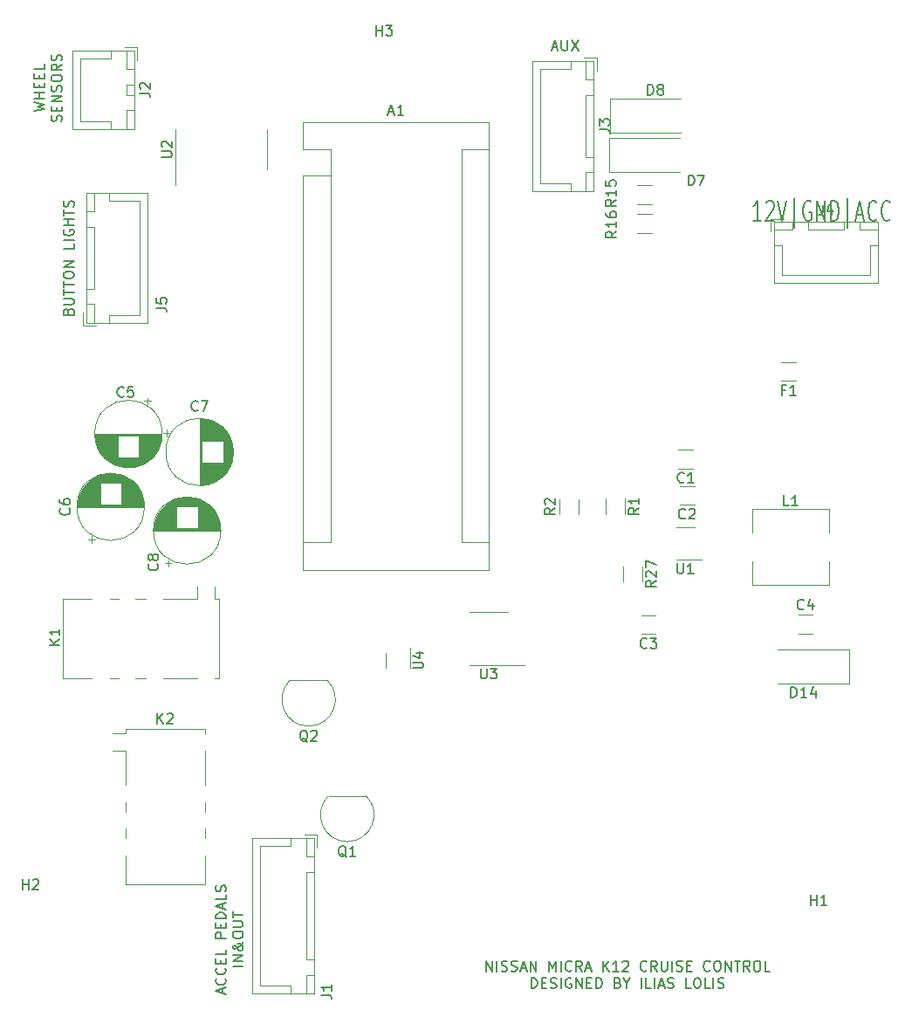
<source format=gto>
%TF.GenerationSoftware,KiCad,Pcbnew,5.1.10-88a1d61d58~88~ubuntu18.04.1*%
%TF.CreationDate,2021-05-26T02:41:18+03:00*%
%TF.ProjectId,Micra Cruise Control Schemantics,4d696372-6120-4437-9275-69736520436f,rev?*%
%TF.SameCoordinates,Original*%
%TF.FileFunction,Legend,Top*%
%TF.FilePolarity,Positive*%
%FSLAX46Y46*%
G04 Gerber Fmt 4.6, Leading zero omitted, Abs format (unit mm)*
G04 Created by KiCad (PCBNEW 5.1.10-88a1d61d58~88~ubuntu18.04.1) date 2021-05-26 02:41:18*
%MOMM*%
%LPD*%
G01*
G04 APERTURE LIST*
%ADD10C,0.150000*%
%ADD11C,0.120000*%
%ADD12O,1.600000X1.600000*%
%ADD13R,1.600000X1.600000*%
%ADD14C,3.700000*%
%ADD15R,3.500000X1.800000*%
%ADD16O,1.950000X1.700000*%
%ADD17R,2.200000X1.000000*%
%ADD18R,1.000000X2.200000*%
%ADD19R,0.400000X1.500000*%
%ADD20R,1.220000X0.650000*%
%ADD21R,1.050000X1.500000*%
%ADD22O,1.050000X1.500000*%
%ADD23R,1.500000X2.200000*%
%ADD24O,1.700000X1.950000*%
%ADD25O,2.000000X1.700000*%
%ADD26O,2.200000X2.200000*%
%ADD27R,2.200000X2.200000*%
%ADD28C,1.600000*%
G04 APERTURE END LIST*
D10*
X90957523Y-129167380D02*
X90957523Y-128167380D01*
X91528952Y-129167380D01*
X91528952Y-128167380D01*
X92005142Y-129167380D02*
X92005142Y-128167380D01*
X92433714Y-129119761D02*
X92576571Y-129167380D01*
X92814666Y-129167380D01*
X92909904Y-129119761D01*
X92957523Y-129072142D01*
X93005142Y-128976904D01*
X93005142Y-128881666D01*
X92957523Y-128786428D01*
X92909904Y-128738809D01*
X92814666Y-128691190D01*
X92624190Y-128643571D01*
X92528952Y-128595952D01*
X92481333Y-128548333D01*
X92433714Y-128453095D01*
X92433714Y-128357857D01*
X92481333Y-128262619D01*
X92528952Y-128215000D01*
X92624190Y-128167380D01*
X92862285Y-128167380D01*
X93005142Y-128215000D01*
X93386095Y-129119761D02*
X93528952Y-129167380D01*
X93767047Y-129167380D01*
X93862285Y-129119761D01*
X93909904Y-129072142D01*
X93957523Y-128976904D01*
X93957523Y-128881666D01*
X93909904Y-128786428D01*
X93862285Y-128738809D01*
X93767047Y-128691190D01*
X93576571Y-128643571D01*
X93481333Y-128595952D01*
X93433714Y-128548333D01*
X93386095Y-128453095D01*
X93386095Y-128357857D01*
X93433714Y-128262619D01*
X93481333Y-128215000D01*
X93576571Y-128167380D01*
X93814666Y-128167380D01*
X93957523Y-128215000D01*
X94338476Y-128881666D02*
X94814666Y-128881666D01*
X94243238Y-129167380D02*
X94576571Y-128167380D01*
X94909904Y-129167380D01*
X95243238Y-129167380D02*
X95243238Y-128167380D01*
X95814666Y-129167380D01*
X95814666Y-128167380D01*
X97052761Y-129167380D02*
X97052761Y-128167380D01*
X97386095Y-128881666D01*
X97719428Y-128167380D01*
X97719428Y-129167380D01*
X98195619Y-129167380D02*
X98195619Y-128167380D01*
X99243238Y-129072142D02*
X99195619Y-129119761D01*
X99052761Y-129167380D01*
X98957523Y-129167380D01*
X98814666Y-129119761D01*
X98719428Y-129024523D01*
X98671809Y-128929285D01*
X98624190Y-128738809D01*
X98624190Y-128595952D01*
X98671809Y-128405476D01*
X98719428Y-128310238D01*
X98814666Y-128215000D01*
X98957523Y-128167380D01*
X99052761Y-128167380D01*
X99195619Y-128215000D01*
X99243238Y-128262619D01*
X100243238Y-129167380D02*
X99909904Y-128691190D01*
X99671809Y-129167380D02*
X99671809Y-128167380D01*
X100052761Y-128167380D01*
X100148000Y-128215000D01*
X100195619Y-128262619D01*
X100243238Y-128357857D01*
X100243238Y-128500714D01*
X100195619Y-128595952D01*
X100148000Y-128643571D01*
X100052761Y-128691190D01*
X99671809Y-128691190D01*
X100624190Y-128881666D02*
X101100380Y-128881666D01*
X100528952Y-129167380D02*
X100862285Y-128167380D01*
X101195619Y-129167380D01*
X102290857Y-129167380D02*
X102290857Y-128167380D01*
X102862285Y-129167380D02*
X102433714Y-128595952D01*
X102862285Y-128167380D02*
X102290857Y-128738809D01*
X103814666Y-129167380D02*
X103243238Y-129167380D01*
X103528952Y-129167380D02*
X103528952Y-128167380D01*
X103433714Y-128310238D01*
X103338476Y-128405476D01*
X103243238Y-128453095D01*
X104195619Y-128262619D02*
X104243238Y-128215000D01*
X104338476Y-128167380D01*
X104576571Y-128167380D01*
X104671809Y-128215000D01*
X104719428Y-128262619D01*
X104767047Y-128357857D01*
X104767047Y-128453095D01*
X104719428Y-128595952D01*
X104148000Y-129167380D01*
X104767047Y-129167380D01*
X106528952Y-129072142D02*
X106481333Y-129119761D01*
X106338476Y-129167380D01*
X106243238Y-129167380D01*
X106100380Y-129119761D01*
X106005142Y-129024523D01*
X105957523Y-128929285D01*
X105909904Y-128738809D01*
X105909904Y-128595952D01*
X105957523Y-128405476D01*
X106005142Y-128310238D01*
X106100380Y-128215000D01*
X106243238Y-128167380D01*
X106338476Y-128167380D01*
X106481333Y-128215000D01*
X106528952Y-128262619D01*
X107528952Y-129167380D02*
X107195619Y-128691190D01*
X106957523Y-129167380D02*
X106957523Y-128167380D01*
X107338476Y-128167380D01*
X107433714Y-128215000D01*
X107481333Y-128262619D01*
X107528952Y-128357857D01*
X107528952Y-128500714D01*
X107481333Y-128595952D01*
X107433714Y-128643571D01*
X107338476Y-128691190D01*
X106957523Y-128691190D01*
X107957523Y-128167380D02*
X107957523Y-128976904D01*
X108005142Y-129072142D01*
X108052761Y-129119761D01*
X108147999Y-129167380D01*
X108338476Y-129167380D01*
X108433714Y-129119761D01*
X108481333Y-129072142D01*
X108528952Y-128976904D01*
X108528952Y-128167380D01*
X109005142Y-129167380D02*
X109005142Y-128167380D01*
X109433714Y-129119761D02*
X109576571Y-129167380D01*
X109814666Y-129167380D01*
X109909904Y-129119761D01*
X109957523Y-129072142D01*
X110005142Y-128976904D01*
X110005142Y-128881666D01*
X109957523Y-128786428D01*
X109909904Y-128738809D01*
X109814666Y-128691190D01*
X109624190Y-128643571D01*
X109528952Y-128595952D01*
X109481333Y-128548333D01*
X109433714Y-128453095D01*
X109433714Y-128357857D01*
X109481333Y-128262619D01*
X109528952Y-128215000D01*
X109624190Y-128167380D01*
X109862285Y-128167380D01*
X110005142Y-128215000D01*
X110433714Y-128643571D02*
X110767047Y-128643571D01*
X110909904Y-129167380D02*
X110433714Y-129167380D01*
X110433714Y-128167380D01*
X110909904Y-128167380D01*
X112671809Y-129072142D02*
X112624190Y-129119761D01*
X112481333Y-129167380D01*
X112386095Y-129167380D01*
X112243238Y-129119761D01*
X112147999Y-129024523D01*
X112100380Y-128929285D01*
X112052761Y-128738809D01*
X112052761Y-128595952D01*
X112100380Y-128405476D01*
X112147999Y-128310238D01*
X112243238Y-128215000D01*
X112386095Y-128167380D01*
X112481333Y-128167380D01*
X112624190Y-128215000D01*
X112671809Y-128262619D01*
X113290857Y-128167380D02*
X113481333Y-128167380D01*
X113576571Y-128215000D01*
X113671809Y-128310238D01*
X113719428Y-128500714D01*
X113719428Y-128834047D01*
X113671809Y-129024523D01*
X113576571Y-129119761D01*
X113481333Y-129167380D01*
X113290857Y-129167380D01*
X113195619Y-129119761D01*
X113100380Y-129024523D01*
X113052761Y-128834047D01*
X113052761Y-128500714D01*
X113100380Y-128310238D01*
X113195619Y-128215000D01*
X113290857Y-128167380D01*
X114147999Y-129167380D02*
X114147999Y-128167380D01*
X114719428Y-129167380D01*
X114719428Y-128167380D01*
X115052761Y-128167380D02*
X115624190Y-128167380D01*
X115338476Y-129167380D02*
X115338476Y-128167380D01*
X116528952Y-129167380D02*
X116195619Y-128691190D01*
X115957523Y-129167380D02*
X115957523Y-128167380D01*
X116338476Y-128167380D01*
X116433714Y-128215000D01*
X116481333Y-128262619D01*
X116528952Y-128357857D01*
X116528952Y-128500714D01*
X116481333Y-128595952D01*
X116433714Y-128643571D01*
X116338476Y-128691190D01*
X115957523Y-128691190D01*
X117147999Y-128167380D02*
X117338476Y-128167380D01*
X117433714Y-128215000D01*
X117528952Y-128310238D01*
X117576571Y-128500714D01*
X117576571Y-128834047D01*
X117528952Y-129024523D01*
X117433714Y-129119761D01*
X117338476Y-129167380D01*
X117147999Y-129167380D01*
X117052761Y-129119761D01*
X116957523Y-129024523D01*
X116909904Y-128834047D01*
X116909904Y-128500714D01*
X116957523Y-128310238D01*
X117052761Y-128215000D01*
X117147999Y-128167380D01*
X118481333Y-129167380D02*
X118005142Y-129167380D01*
X118005142Y-128167380D01*
X95338476Y-130817380D02*
X95338476Y-129817380D01*
X95576571Y-129817380D01*
X95719428Y-129865000D01*
X95814666Y-129960238D01*
X95862285Y-130055476D01*
X95909904Y-130245952D01*
X95909904Y-130388809D01*
X95862285Y-130579285D01*
X95814666Y-130674523D01*
X95719428Y-130769761D01*
X95576571Y-130817380D01*
X95338476Y-130817380D01*
X96338476Y-130293571D02*
X96671809Y-130293571D01*
X96814666Y-130817380D02*
X96338476Y-130817380D01*
X96338476Y-129817380D01*
X96814666Y-129817380D01*
X97195619Y-130769761D02*
X97338476Y-130817380D01*
X97576571Y-130817380D01*
X97671809Y-130769761D01*
X97719428Y-130722142D01*
X97767047Y-130626904D01*
X97767047Y-130531666D01*
X97719428Y-130436428D01*
X97671809Y-130388809D01*
X97576571Y-130341190D01*
X97386095Y-130293571D01*
X97290857Y-130245952D01*
X97243238Y-130198333D01*
X97195619Y-130103095D01*
X97195619Y-130007857D01*
X97243238Y-129912619D01*
X97290857Y-129865000D01*
X97386095Y-129817380D01*
X97624190Y-129817380D01*
X97767047Y-129865000D01*
X98195619Y-130817380D02*
X98195619Y-129817380D01*
X99195619Y-129865000D02*
X99100380Y-129817380D01*
X98957523Y-129817380D01*
X98814666Y-129865000D01*
X98719428Y-129960238D01*
X98671809Y-130055476D01*
X98624190Y-130245952D01*
X98624190Y-130388809D01*
X98671809Y-130579285D01*
X98719428Y-130674523D01*
X98814666Y-130769761D01*
X98957523Y-130817380D01*
X99052761Y-130817380D01*
X99195619Y-130769761D01*
X99243238Y-130722142D01*
X99243238Y-130388809D01*
X99052761Y-130388809D01*
X99671809Y-130817380D02*
X99671809Y-129817380D01*
X100243238Y-130817380D01*
X100243238Y-129817380D01*
X100719428Y-130293571D02*
X101052761Y-130293571D01*
X101195619Y-130817380D02*
X100719428Y-130817380D01*
X100719428Y-129817380D01*
X101195619Y-129817380D01*
X101624190Y-130817380D02*
X101624190Y-129817380D01*
X101862285Y-129817380D01*
X102005142Y-129865000D01*
X102100380Y-129960238D01*
X102148000Y-130055476D01*
X102195619Y-130245952D01*
X102195619Y-130388809D01*
X102148000Y-130579285D01*
X102100380Y-130674523D01*
X102005142Y-130769761D01*
X101862285Y-130817380D01*
X101624190Y-130817380D01*
X103719428Y-130293571D02*
X103862285Y-130341190D01*
X103909904Y-130388809D01*
X103957523Y-130484047D01*
X103957523Y-130626904D01*
X103909904Y-130722142D01*
X103862285Y-130769761D01*
X103767047Y-130817380D01*
X103386095Y-130817380D01*
X103386095Y-129817380D01*
X103719428Y-129817380D01*
X103814666Y-129865000D01*
X103862285Y-129912619D01*
X103909904Y-130007857D01*
X103909904Y-130103095D01*
X103862285Y-130198333D01*
X103814666Y-130245952D01*
X103719428Y-130293571D01*
X103386095Y-130293571D01*
X104576571Y-130341190D02*
X104576571Y-130817380D01*
X104243238Y-129817380D02*
X104576571Y-130341190D01*
X104909904Y-129817380D01*
X106005142Y-130817380D02*
X106005142Y-129817380D01*
X106957523Y-130817380D02*
X106481333Y-130817380D01*
X106481333Y-129817380D01*
X107290857Y-130817380D02*
X107290857Y-129817380D01*
X107719428Y-130531666D02*
X108195619Y-130531666D01*
X107624190Y-130817380D02*
X107957523Y-129817380D01*
X108290857Y-130817380D01*
X108576571Y-130769761D02*
X108719428Y-130817380D01*
X108957523Y-130817380D01*
X109052761Y-130769761D01*
X109100380Y-130722142D01*
X109148000Y-130626904D01*
X109148000Y-130531666D01*
X109100380Y-130436428D01*
X109052761Y-130388809D01*
X108957523Y-130341190D01*
X108767047Y-130293571D01*
X108671809Y-130245952D01*
X108624190Y-130198333D01*
X108576571Y-130103095D01*
X108576571Y-130007857D01*
X108624190Y-129912619D01*
X108671809Y-129865000D01*
X108767047Y-129817380D01*
X109005142Y-129817380D01*
X109148000Y-129865000D01*
X110814666Y-130817380D02*
X110338476Y-130817380D01*
X110338476Y-129817380D01*
X111338476Y-129817380D02*
X111528952Y-129817380D01*
X111624190Y-129865000D01*
X111719428Y-129960238D01*
X111767047Y-130150714D01*
X111767047Y-130484047D01*
X111719428Y-130674523D01*
X111624190Y-130769761D01*
X111528952Y-130817380D01*
X111338476Y-130817380D01*
X111243238Y-130769761D01*
X111148000Y-130674523D01*
X111100380Y-130484047D01*
X111100380Y-130150714D01*
X111148000Y-129960238D01*
X111243238Y-129865000D01*
X111338476Y-129817380D01*
X112671809Y-130817380D02*
X112195619Y-130817380D01*
X112195619Y-129817380D01*
X113005142Y-130817380D02*
X113005142Y-129817380D01*
X113433714Y-130769761D02*
X113576571Y-130817380D01*
X113814666Y-130817380D01*
X113909904Y-130769761D01*
X113957523Y-130722142D01*
X114005142Y-130626904D01*
X114005142Y-130531666D01*
X113957523Y-130436428D01*
X113909904Y-130388809D01*
X113814666Y-130341190D01*
X113624190Y-130293571D01*
X113528952Y-130245952D01*
X113481333Y-130198333D01*
X113433714Y-130103095D01*
X113433714Y-130007857D01*
X113481333Y-129912619D01*
X113528952Y-129865000D01*
X113624190Y-129817380D01*
X113862285Y-129817380D01*
X114005142Y-129865000D01*
X65421666Y-131338095D02*
X65421666Y-130861904D01*
X65707380Y-131433333D02*
X64707380Y-131100000D01*
X65707380Y-130766666D01*
X65612142Y-129861904D02*
X65659761Y-129909523D01*
X65707380Y-130052380D01*
X65707380Y-130147619D01*
X65659761Y-130290476D01*
X65564523Y-130385714D01*
X65469285Y-130433333D01*
X65278809Y-130480952D01*
X65135952Y-130480952D01*
X64945476Y-130433333D01*
X64850238Y-130385714D01*
X64755000Y-130290476D01*
X64707380Y-130147619D01*
X64707380Y-130052380D01*
X64755000Y-129909523D01*
X64802619Y-129861904D01*
X65612142Y-128861904D02*
X65659761Y-128909523D01*
X65707380Y-129052380D01*
X65707380Y-129147619D01*
X65659761Y-129290476D01*
X65564523Y-129385714D01*
X65469285Y-129433333D01*
X65278809Y-129480952D01*
X65135952Y-129480952D01*
X64945476Y-129433333D01*
X64850238Y-129385714D01*
X64755000Y-129290476D01*
X64707380Y-129147619D01*
X64707380Y-129052380D01*
X64755000Y-128909523D01*
X64802619Y-128861904D01*
X65183571Y-128433333D02*
X65183571Y-128100000D01*
X65707380Y-127957142D02*
X65707380Y-128433333D01*
X64707380Y-128433333D01*
X64707380Y-127957142D01*
X65707380Y-127052380D02*
X65707380Y-127528571D01*
X64707380Y-127528571D01*
X65707380Y-125957142D02*
X64707380Y-125957142D01*
X64707380Y-125576190D01*
X64755000Y-125480952D01*
X64802619Y-125433333D01*
X64897857Y-125385714D01*
X65040714Y-125385714D01*
X65135952Y-125433333D01*
X65183571Y-125480952D01*
X65231190Y-125576190D01*
X65231190Y-125957142D01*
X65183571Y-124957142D02*
X65183571Y-124623809D01*
X65707380Y-124480952D02*
X65707380Y-124957142D01*
X64707380Y-124957142D01*
X64707380Y-124480952D01*
X65707380Y-124052380D02*
X64707380Y-124052380D01*
X64707380Y-123814285D01*
X64755000Y-123671428D01*
X64850238Y-123576190D01*
X64945476Y-123528571D01*
X65135952Y-123480952D01*
X65278809Y-123480952D01*
X65469285Y-123528571D01*
X65564523Y-123576190D01*
X65659761Y-123671428D01*
X65707380Y-123814285D01*
X65707380Y-124052380D01*
X65421666Y-123100000D02*
X65421666Y-122623809D01*
X65707380Y-123195238D02*
X64707380Y-122861904D01*
X65707380Y-122528571D01*
X65707380Y-121719047D02*
X65707380Y-122195238D01*
X64707380Y-122195238D01*
X65659761Y-121433333D02*
X65707380Y-121290476D01*
X65707380Y-121052380D01*
X65659761Y-120957142D01*
X65612142Y-120909523D01*
X65516904Y-120861904D01*
X65421666Y-120861904D01*
X65326428Y-120909523D01*
X65278809Y-120957142D01*
X65231190Y-121052380D01*
X65183571Y-121242857D01*
X65135952Y-121338095D01*
X65088333Y-121385714D01*
X64993095Y-121433333D01*
X64897857Y-121433333D01*
X64802619Y-121385714D01*
X64755000Y-121338095D01*
X64707380Y-121242857D01*
X64707380Y-121004761D01*
X64755000Y-120861904D01*
X67357380Y-128671428D02*
X66357380Y-128671428D01*
X67357380Y-128195238D02*
X66357380Y-128195238D01*
X67357380Y-127623809D01*
X66357380Y-127623809D01*
X67357380Y-126338095D02*
X67357380Y-126385714D01*
X67309761Y-126480952D01*
X67166904Y-126623809D01*
X66881190Y-126861904D01*
X66738333Y-126957142D01*
X66595476Y-127004761D01*
X66500238Y-127004761D01*
X66405000Y-126957142D01*
X66357380Y-126861904D01*
X66357380Y-126814285D01*
X66405000Y-126719047D01*
X66500238Y-126671428D01*
X66547857Y-126671428D01*
X66643095Y-126719047D01*
X66690714Y-126766666D01*
X66881190Y-127052380D01*
X66928809Y-127100000D01*
X67024047Y-127147619D01*
X67166904Y-127147619D01*
X67262142Y-127100000D01*
X67309761Y-127052380D01*
X67357380Y-126957142D01*
X67357380Y-126814285D01*
X67309761Y-126719047D01*
X67262142Y-126671428D01*
X67071666Y-126528571D01*
X66928809Y-126480952D01*
X66833571Y-126480952D01*
X66357380Y-125719047D02*
X66357380Y-125528571D01*
X66405000Y-125433333D01*
X66500238Y-125338095D01*
X66690714Y-125290476D01*
X67024047Y-125290476D01*
X67214523Y-125338095D01*
X67309761Y-125433333D01*
X67357380Y-125528571D01*
X67357380Y-125719047D01*
X67309761Y-125814285D01*
X67214523Y-125909523D01*
X67024047Y-125957142D01*
X66690714Y-125957142D01*
X66500238Y-125909523D01*
X66405000Y-125814285D01*
X66357380Y-125719047D01*
X66357380Y-124861904D02*
X67166904Y-124861904D01*
X67262142Y-124814285D01*
X67309761Y-124766666D01*
X67357380Y-124671428D01*
X67357380Y-124480952D01*
X67309761Y-124385714D01*
X67262142Y-124338095D01*
X67166904Y-124290476D01*
X66357380Y-124290476D01*
X66357380Y-123957142D02*
X66357380Y-123385714D01*
X67357380Y-123671428D02*
X66357380Y-123671428D01*
X117619047Y-56404761D02*
X116876190Y-56404761D01*
X117247619Y-56404761D02*
X117247619Y-54404761D01*
X117123809Y-54690476D01*
X117000000Y-54880952D01*
X116876190Y-54976190D01*
X118114285Y-54595238D02*
X118176190Y-54500000D01*
X118300000Y-54404761D01*
X118609523Y-54404761D01*
X118733333Y-54500000D01*
X118795238Y-54595238D01*
X118857142Y-54785714D01*
X118857142Y-54976190D01*
X118795238Y-55261904D01*
X118052380Y-56404761D01*
X118857142Y-56404761D01*
X119228571Y-54404761D02*
X119661904Y-56404761D01*
X120095238Y-54404761D01*
X120838095Y-57071428D02*
X120838095Y-54214285D01*
X122447619Y-54500000D02*
X122323809Y-54404761D01*
X122138095Y-54404761D01*
X121952380Y-54500000D01*
X121828571Y-54690476D01*
X121766666Y-54880952D01*
X121704761Y-55261904D01*
X121704761Y-55547619D01*
X121766666Y-55928571D01*
X121828571Y-56119047D01*
X121952380Y-56309523D01*
X122138095Y-56404761D01*
X122261904Y-56404761D01*
X122447619Y-56309523D01*
X122509523Y-56214285D01*
X122509523Y-55547619D01*
X122261904Y-55547619D01*
X123066666Y-56404761D02*
X123066666Y-54404761D01*
X123809523Y-56404761D01*
X123809523Y-54404761D01*
X124428571Y-56404761D02*
X124428571Y-54404761D01*
X124738095Y-54404761D01*
X124923809Y-54500000D01*
X125047619Y-54690476D01*
X125109523Y-54880952D01*
X125171428Y-55261904D01*
X125171428Y-55547619D01*
X125109523Y-55928571D01*
X125047619Y-56119047D01*
X124923809Y-56309523D01*
X124738095Y-56404761D01*
X124428571Y-56404761D01*
X126038095Y-57071428D02*
X126038095Y-54214285D01*
X126904761Y-55833333D02*
X127523809Y-55833333D01*
X126780952Y-56404761D02*
X127214285Y-54404761D01*
X127647619Y-56404761D01*
X128823809Y-56214285D02*
X128761904Y-56309523D01*
X128576190Y-56404761D01*
X128452380Y-56404761D01*
X128266666Y-56309523D01*
X128142857Y-56119047D01*
X128080952Y-55928571D01*
X128019047Y-55547619D01*
X128019047Y-55261904D01*
X128080952Y-54880952D01*
X128142857Y-54690476D01*
X128266666Y-54500000D01*
X128452380Y-54404761D01*
X128576190Y-54404761D01*
X128761904Y-54500000D01*
X128823809Y-54595238D01*
X130123809Y-56214285D02*
X130061904Y-56309523D01*
X129876190Y-56404761D01*
X129752380Y-56404761D01*
X129566666Y-56309523D01*
X129442857Y-56119047D01*
X129380952Y-55928571D01*
X129319047Y-55547619D01*
X129319047Y-55261904D01*
X129380952Y-54880952D01*
X129442857Y-54690476D01*
X129566666Y-54500000D01*
X129752380Y-54404761D01*
X129876190Y-54404761D01*
X130061904Y-54500000D01*
X130123809Y-54595238D01*
X97361904Y-39566666D02*
X97838095Y-39566666D01*
X97266666Y-39852380D02*
X97600000Y-38852380D01*
X97933333Y-39852380D01*
X98266666Y-38852380D02*
X98266666Y-39661904D01*
X98314285Y-39757142D01*
X98361904Y-39804761D01*
X98457142Y-39852380D01*
X98647619Y-39852380D01*
X98742857Y-39804761D01*
X98790476Y-39757142D01*
X98838095Y-39661904D01*
X98838095Y-38852380D01*
X99219047Y-38852380D02*
X99885714Y-39852380D01*
X99885714Y-38852380D02*
X99219047Y-39852380D01*
X50428571Y-65166666D02*
X50476190Y-65023809D01*
X50523809Y-64976190D01*
X50619047Y-64928571D01*
X50761904Y-64928571D01*
X50857142Y-64976190D01*
X50904761Y-65023809D01*
X50952380Y-65119047D01*
X50952380Y-65500000D01*
X49952380Y-65500000D01*
X49952380Y-65166666D01*
X50000000Y-65071428D01*
X50047619Y-65023809D01*
X50142857Y-64976190D01*
X50238095Y-64976190D01*
X50333333Y-65023809D01*
X50380952Y-65071428D01*
X50428571Y-65166666D01*
X50428571Y-65500000D01*
X49952380Y-64500000D02*
X50761904Y-64500000D01*
X50857142Y-64452380D01*
X50904761Y-64404761D01*
X50952380Y-64309523D01*
X50952380Y-64119047D01*
X50904761Y-64023809D01*
X50857142Y-63976190D01*
X50761904Y-63928571D01*
X49952380Y-63928571D01*
X49952380Y-63595238D02*
X49952380Y-63023809D01*
X50952380Y-63309523D02*
X49952380Y-63309523D01*
X49952380Y-62833333D02*
X49952380Y-62261904D01*
X50952380Y-62547619D02*
X49952380Y-62547619D01*
X49952380Y-61738095D02*
X49952380Y-61547619D01*
X50000000Y-61452380D01*
X50095238Y-61357142D01*
X50285714Y-61309523D01*
X50619047Y-61309523D01*
X50809523Y-61357142D01*
X50904761Y-61452380D01*
X50952380Y-61547619D01*
X50952380Y-61738095D01*
X50904761Y-61833333D01*
X50809523Y-61928571D01*
X50619047Y-61976190D01*
X50285714Y-61976190D01*
X50095238Y-61928571D01*
X50000000Y-61833333D01*
X49952380Y-61738095D01*
X50952380Y-60880952D02*
X49952380Y-60880952D01*
X50952380Y-60309523D01*
X49952380Y-60309523D01*
X50952380Y-58595238D02*
X50952380Y-59071428D01*
X49952380Y-59071428D01*
X50952380Y-58261904D02*
X49952380Y-58261904D01*
X50000000Y-57261904D02*
X49952380Y-57357142D01*
X49952380Y-57500000D01*
X50000000Y-57642857D01*
X50095238Y-57738095D01*
X50190476Y-57785714D01*
X50380952Y-57833333D01*
X50523809Y-57833333D01*
X50714285Y-57785714D01*
X50809523Y-57738095D01*
X50904761Y-57642857D01*
X50952380Y-57500000D01*
X50952380Y-57404761D01*
X50904761Y-57261904D01*
X50857142Y-57214285D01*
X50523809Y-57214285D01*
X50523809Y-57404761D01*
X50952380Y-56785714D02*
X49952380Y-56785714D01*
X50428571Y-56785714D02*
X50428571Y-56214285D01*
X50952380Y-56214285D02*
X49952380Y-56214285D01*
X49952380Y-55880952D02*
X49952380Y-55309523D01*
X50952380Y-55595238D02*
X49952380Y-55595238D01*
X50904761Y-55023809D02*
X50952380Y-54880952D01*
X50952380Y-54642857D01*
X50904761Y-54547619D01*
X50857142Y-54500000D01*
X50761904Y-54452380D01*
X50666666Y-54452380D01*
X50571428Y-54500000D01*
X50523809Y-54547619D01*
X50476190Y-54642857D01*
X50428571Y-54833333D01*
X50380952Y-54928571D01*
X50333333Y-54976190D01*
X50238095Y-55023809D01*
X50142857Y-55023809D01*
X50047619Y-54976190D01*
X50000000Y-54928571D01*
X49952380Y-54833333D01*
X49952380Y-54595238D01*
X50000000Y-54452380D01*
X47127380Y-45761904D02*
X48127380Y-45523809D01*
X47413095Y-45333333D01*
X48127380Y-45142857D01*
X47127380Y-44904761D01*
X48127380Y-44523809D02*
X47127380Y-44523809D01*
X47603571Y-44523809D02*
X47603571Y-43952380D01*
X48127380Y-43952380D02*
X47127380Y-43952380D01*
X47603571Y-43476190D02*
X47603571Y-43142857D01*
X48127380Y-43000000D02*
X48127380Y-43476190D01*
X47127380Y-43476190D01*
X47127380Y-43000000D01*
X47603571Y-42571428D02*
X47603571Y-42238095D01*
X48127380Y-42095238D02*
X48127380Y-42571428D01*
X47127380Y-42571428D01*
X47127380Y-42095238D01*
X48127380Y-41190476D02*
X48127380Y-41666666D01*
X47127380Y-41666666D01*
X49729761Y-46738095D02*
X49777380Y-46595238D01*
X49777380Y-46357142D01*
X49729761Y-46261904D01*
X49682142Y-46214285D01*
X49586904Y-46166666D01*
X49491666Y-46166666D01*
X49396428Y-46214285D01*
X49348809Y-46261904D01*
X49301190Y-46357142D01*
X49253571Y-46547619D01*
X49205952Y-46642857D01*
X49158333Y-46690476D01*
X49063095Y-46738095D01*
X48967857Y-46738095D01*
X48872619Y-46690476D01*
X48825000Y-46642857D01*
X48777380Y-46547619D01*
X48777380Y-46309523D01*
X48825000Y-46166666D01*
X49253571Y-45738095D02*
X49253571Y-45404761D01*
X49777380Y-45261904D02*
X49777380Y-45738095D01*
X48777380Y-45738095D01*
X48777380Y-45261904D01*
X49777380Y-44833333D02*
X48777380Y-44833333D01*
X49777380Y-44261904D01*
X48777380Y-44261904D01*
X49729761Y-43833333D02*
X49777380Y-43690476D01*
X49777380Y-43452380D01*
X49729761Y-43357142D01*
X49682142Y-43309523D01*
X49586904Y-43261904D01*
X49491666Y-43261904D01*
X49396428Y-43309523D01*
X49348809Y-43357142D01*
X49301190Y-43452380D01*
X49253571Y-43642857D01*
X49205952Y-43738095D01*
X49158333Y-43785714D01*
X49063095Y-43833333D01*
X48967857Y-43833333D01*
X48872619Y-43785714D01*
X48825000Y-43738095D01*
X48777380Y-43642857D01*
X48777380Y-43404761D01*
X48825000Y-43261904D01*
X48777380Y-42642857D02*
X48777380Y-42452380D01*
X48825000Y-42357142D01*
X48920238Y-42261904D01*
X49110714Y-42214285D01*
X49444047Y-42214285D01*
X49634523Y-42261904D01*
X49729761Y-42357142D01*
X49777380Y-42452380D01*
X49777380Y-42642857D01*
X49729761Y-42738095D01*
X49634523Y-42833333D01*
X49444047Y-42880952D01*
X49110714Y-42880952D01*
X48920238Y-42833333D01*
X48825000Y-42738095D01*
X48777380Y-42642857D01*
X49777380Y-41214285D02*
X49301190Y-41547619D01*
X49777380Y-41785714D02*
X48777380Y-41785714D01*
X48777380Y-41404761D01*
X48825000Y-41309523D01*
X48872619Y-41261904D01*
X48967857Y-41214285D01*
X49110714Y-41214285D01*
X49205952Y-41261904D01*
X49253571Y-41309523D01*
X49301190Y-41404761D01*
X49301190Y-41785714D01*
X49729761Y-40833333D02*
X49777380Y-40690476D01*
X49777380Y-40452380D01*
X49729761Y-40357142D01*
X49682142Y-40309523D01*
X49586904Y-40261904D01*
X49491666Y-40261904D01*
X49396428Y-40309523D01*
X49348809Y-40357142D01*
X49301190Y-40452380D01*
X49253571Y-40642857D01*
X49205952Y-40738095D01*
X49158333Y-40785714D01*
X49063095Y-40833333D01*
X48967857Y-40833333D01*
X48872619Y-40785714D01*
X48825000Y-40738095D01*
X48777380Y-40642857D01*
X48777380Y-40404761D01*
X48825000Y-40261904D01*
D11*
%TO.C,A1*%
X75870000Y-52020000D02*
X75870000Y-49480000D01*
X75870000Y-49480000D02*
X73200000Y-49480000D01*
X73200000Y-52020000D02*
X73200000Y-90250000D01*
X73200000Y-46810000D02*
X73200000Y-49480000D01*
X88570000Y-49480000D02*
X91240000Y-49480000D01*
X88570000Y-49480000D02*
X88570000Y-87580000D01*
X88570000Y-87580000D02*
X91240000Y-87580000D01*
X75870000Y-52020000D02*
X73200000Y-52020000D01*
X75870000Y-52020000D02*
X75870000Y-87580000D01*
X75870000Y-87580000D02*
X73200000Y-87580000D01*
X73200000Y-90250000D02*
X91240000Y-90250000D01*
X91240000Y-90250000D02*
X91240000Y-46810000D01*
X91240000Y-46810000D02*
X73200000Y-46810000D01*
%TO.C,D14*%
X126150000Y-101300000D02*
X126150000Y-98000000D01*
X126150000Y-98000000D02*
X119250000Y-98000000D01*
X126150000Y-101300000D02*
X119250000Y-101300000D01*
%TO.C,J1*%
X74260000Y-116240000D02*
X68290000Y-116240000D01*
X68290000Y-116240000D02*
X68290000Y-131360000D01*
X68290000Y-131360000D02*
X74260000Y-131360000D01*
X74260000Y-131360000D02*
X74260000Y-116240000D01*
X74250000Y-119550000D02*
X73500000Y-119550000D01*
X73500000Y-119550000D02*
X73500000Y-128050000D01*
X73500000Y-128050000D02*
X74250000Y-128050000D01*
X74250000Y-128050000D02*
X74250000Y-119550000D01*
X74250000Y-116250000D02*
X73500000Y-116250000D01*
X73500000Y-116250000D02*
X73500000Y-118050000D01*
X73500000Y-118050000D02*
X74250000Y-118050000D01*
X74250000Y-118050000D02*
X74250000Y-116250000D01*
X74250000Y-129550000D02*
X73500000Y-129550000D01*
X73500000Y-129550000D02*
X73500000Y-131350000D01*
X73500000Y-131350000D02*
X74250000Y-131350000D01*
X74250000Y-131350000D02*
X74250000Y-129550000D01*
X72000000Y-116250000D02*
X72000000Y-117000000D01*
X72000000Y-117000000D02*
X69050000Y-117000000D01*
X69050000Y-117000000D02*
X69050000Y-123800000D01*
X72000000Y-131350000D02*
X72000000Y-130600000D01*
X72000000Y-130600000D02*
X69050000Y-130600000D01*
X69050000Y-130600000D02*
X69050000Y-123800000D01*
X74550000Y-117200000D02*
X74550000Y-115950000D01*
X74550000Y-115950000D02*
X73300000Y-115950000D01*
%TO.C,K2*%
X63650000Y-113750000D02*
X63650000Y-112750000D01*
X63650000Y-116250000D02*
X63650000Y-115350000D01*
X63650000Y-120750000D02*
X63650000Y-117950000D01*
X55950000Y-120750000D02*
X63650000Y-120750000D01*
X55950000Y-117950000D02*
X55950000Y-120750000D01*
X55950000Y-115350000D02*
X55950000Y-116250000D01*
X55950000Y-112750000D02*
X55950000Y-113750000D01*
X55950000Y-107750000D02*
X54750000Y-107750000D01*
X55950000Y-107750000D02*
X55950000Y-111050000D01*
X63650000Y-107750000D02*
X63650000Y-111050000D01*
X63650000Y-105650000D02*
X63650000Y-106050000D01*
X55950000Y-105650000D02*
X63650000Y-105650000D01*
X55950000Y-106050000D02*
X55950000Y-105650000D01*
X54750000Y-106050000D02*
X55950000Y-106050000D01*
%TO.C,K1*%
X56920000Y-100750000D02*
X57920000Y-100750000D01*
X54420000Y-100750000D02*
X55320000Y-100750000D01*
X49920000Y-100750000D02*
X52720000Y-100750000D01*
X49920000Y-93050000D02*
X49920000Y-100750000D01*
X52720000Y-93050000D02*
X49920000Y-93050000D01*
X55320000Y-93050000D02*
X54420000Y-93050000D01*
X57920000Y-93050000D02*
X56920000Y-93050000D01*
X62920000Y-93050000D02*
X62920000Y-91850000D01*
X62920000Y-93050000D02*
X59620000Y-93050000D01*
X62920000Y-100750000D02*
X59620000Y-100750000D01*
X65020000Y-100750000D02*
X64620000Y-100750000D01*
X65020000Y-93050000D02*
X65020000Y-100750000D01*
X64620000Y-93050000D02*
X65020000Y-93050000D01*
X64620000Y-91850000D02*
X64620000Y-93050000D01*
%TO.C,U4*%
X83560000Y-99720000D02*
X83560000Y-97820000D01*
X81240000Y-98320000D02*
X81240000Y-99720000D01*
%TO.C,U3*%
X91183500Y-94311000D02*
X89303500Y-94311000D01*
X91183500Y-94311000D02*
X93063500Y-94311000D01*
X91183500Y-99491000D02*
X89303500Y-99491000D01*
X91183500Y-99491000D02*
X94708500Y-99491000D01*
%TO.C,U2*%
X69713000Y-49465000D02*
X69713000Y-47515000D01*
X69713000Y-49465000D02*
X69713000Y-51415000D01*
X60843000Y-49465000D02*
X60843000Y-47515000D01*
X60843000Y-49465000D02*
X60843000Y-52915000D01*
%TO.C,U1*%
X111156000Y-86136000D02*
X109396000Y-86136000D01*
X109396000Y-89206000D02*
X111826000Y-89206000D01*
%TO.C,R27*%
X106066000Y-89924936D02*
X106066000Y-91379064D01*
X104246000Y-89924936D02*
X104246000Y-91379064D01*
%TO.C,R16*%
X107057064Y-54754000D02*
X105602936Y-54754000D01*
X107057064Y-52934000D02*
X105602936Y-52934000D01*
%TO.C,R15*%
X105602936Y-55728000D02*
X107057064Y-55728000D01*
X105602936Y-57548000D02*
X107057064Y-57548000D01*
%TO.C,R2*%
X98090000Y-84827064D02*
X98090000Y-83372936D01*
X99910000Y-84827064D02*
X99910000Y-83372936D01*
%TO.C,R1*%
X104410000Y-83346936D02*
X104410000Y-84801064D01*
X102590000Y-83346936D02*
X102590000Y-84801064D01*
%TO.C,Q2*%
X75530000Y-100950000D02*
X71930000Y-100950000D01*
X71891522Y-100961522D02*
G75*
G03*
X73730000Y-105400000I1838478J-1838478D01*
G01*
X75568478Y-100961522D02*
G75*
G02*
X73730000Y-105400000I-1838478J-1838478D01*
G01*
%TO.C,Q1*%
X79280000Y-112150000D02*
X75680000Y-112150000D01*
X75641522Y-112161522D02*
G75*
G03*
X77480000Y-116600000I1838478J-1838478D01*
G01*
X79318478Y-112161522D02*
G75*
G02*
X77480000Y-116600000I-1838478J-1838478D01*
G01*
%TO.C,L1*%
X124200000Y-89400000D02*
X124200000Y-91700000D01*
X124200000Y-91700000D02*
X116800000Y-91700000D01*
X116800000Y-91700000D02*
X116800000Y-89400000D01*
X116800000Y-86600000D02*
X116800000Y-84300000D01*
X116800000Y-84300000D02*
X124200000Y-84300000D01*
X124200000Y-84300000D02*
X124200000Y-86600000D01*
%TO.C,J5*%
X51860000Y-66564000D02*
X53110000Y-66564000D01*
X51860000Y-65314000D02*
X51860000Y-66564000D01*
X57360000Y-54414000D02*
X57360000Y-59964000D01*
X54410000Y-54414000D02*
X57360000Y-54414000D01*
X54410000Y-53664000D02*
X54410000Y-54414000D01*
X57360000Y-65514000D02*
X57360000Y-59964000D01*
X54410000Y-65514000D02*
X57360000Y-65514000D01*
X54410000Y-66264000D02*
X54410000Y-65514000D01*
X52160000Y-53664000D02*
X52160000Y-55464000D01*
X52910000Y-53664000D02*
X52160000Y-53664000D01*
X52910000Y-55464000D02*
X52910000Y-53664000D01*
X52160000Y-55464000D02*
X52910000Y-55464000D01*
X52160000Y-64464000D02*
X52160000Y-66264000D01*
X52910000Y-64464000D02*
X52160000Y-64464000D01*
X52910000Y-66264000D02*
X52910000Y-64464000D01*
X52160000Y-66264000D02*
X52910000Y-66264000D01*
X52160000Y-56964000D02*
X52160000Y-62964000D01*
X52910000Y-56964000D02*
X52160000Y-56964000D01*
X52910000Y-62964000D02*
X52910000Y-56964000D01*
X52160000Y-62964000D02*
X52910000Y-62964000D01*
X52150000Y-53654000D02*
X52150000Y-66274000D01*
X58120000Y-53654000D02*
X52150000Y-53654000D01*
X58120000Y-66274000D02*
X58120000Y-53654000D01*
X52150000Y-66274000D02*
X58120000Y-66274000D01*
%TO.C,J4*%
X118870000Y-56470000D02*
X118870000Y-62440000D01*
X118870000Y-62440000D02*
X128990000Y-62440000D01*
X128990000Y-62440000D02*
X128990000Y-56470000D01*
X128990000Y-56470000D02*
X118870000Y-56470000D01*
X122180000Y-56480000D02*
X122180000Y-57230000D01*
X122180000Y-57230000D02*
X125680000Y-57230000D01*
X125680000Y-57230000D02*
X125680000Y-56480000D01*
X125680000Y-56480000D02*
X122180000Y-56480000D01*
X118880000Y-56480000D02*
X118880000Y-57230000D01*
X118880000Y-57230000D02*
X120680000Y-57230000D01*
X120680000Y-57230000D02*
X120680000Y-56480000D01*
X120680000Y-56480000D02*
X118880000Y-56480000D01*
X127180000Y-56480000D02*
X127180000Y-57230000D01*
X127180000Y-57230000D02*
X128980000Y-57230000D01*
X128980000Y-57230000D02*
X128980000Y-56480000D01*
X128980000Y-56480000D02*
X127180000Y-56480000D01*
X118880000Y-58730000D02*
X119630000Y-58730000D01*
X119630000Y-58730000D02*
X119630000Y-61680000D01*
X119630000Y-61680000D02*
X123930000Y-61680000D01*
X128980000Y-58730000D02*
X128230000Y-58730000D01*
X128230000Y-58730000D02*
X128230000Y-61680000D01*
X128230000Y-61680000D02*
X123930000Y-61680000D01*
X119830000Y-56180000D02*
X118580000Y-56180000D01*
X118580000Y-56180000D02*
X118580000Y-57430000D01*
%TO.C,J3*%
X101398000Y-40870000D02*
X95428000Y-40870000D01*
X95428000Y-40870000D02*
X95428000Y-53490000D01*
X95428000Y-53490000D02*
X101398000Y-53490000D01*
X101398000Y-53490000D02*
X101398000Y-40870000D01*
X101388000Y-44180000D02*
X100638000Y-44180000D01*
X100638000Y-44180000D02*
X100638000Y-50180000D01*
X100638000Y-50180000D02*
X101388000Y-50180000D01*
X101388000Y-50180000D02*
X101388000Y-44180000D01*
X101388000Y-40880000D02*
X100638000Y-40880000D01*
X100638000Y-40880000D02*
X100638000Y-42680000D01*
X100638000Y-42680000D02*
X101388000Y-42680000D01*
X101388000Y-42680000D02*
X101388000Y-40880000D01*
X101388000Y-51680000D02*
X100638000Y-51680000D01*
X100638000Y-51680000D02*
X100638000Y-53480000D01*
X100638000Y-53480000D02*
X101388000Y-53480000D01*
X101388000Y-53480000D02*
X101388000Y-51680000D01*
X99138000Y-40880000D02*
X99138000Y-41630000D01*
X99138000Y-41630000D02*
X96188000Y-41630000D01*
X96188000Y-41630000D02*
X96188000Y-47180000D01*
X99138000Y-53480000D02*
X99138000Y-52730000D01*
X99138000Y-52730000D02*
X96188000Y-52730000D01*
X96188000Y-52730000D02*
X96188000Y-47180000D01*
X101688000Y-41830000D02*
X101688000Y-40580000D01*
X101688000Y-40580000D02*
X100438000Y-40580000D01*
%TO.C,J2*%
X56816000Y-39858000D02*
X50846000Y-39858000D01*
X50846000Y-39858000D02*
X50846000Y-47478000D01*
X50846000Y-47478000D02*
X56816000Y-47478000D01*
X56816000Y-47478000D02*
X56816000Y-39858000D01*
X56806000Y-43168000D02*
X56056000Y-43168000D01*
X56056000Y-43168000D02*
X56056000Y-44168000D01*
X56056000Y-44168000D02*
X56806000Y-44168000D01*
X56806000Y-44168000D02*
X56806000Y-43168000D01*
X56806000Y-39868000D02*
X56056000Y-39868000D01*
X56056000Y-39868000D02*
X56056000Y-41668000D01*
X56056000Y-41668000D02*
X56806000Y-41668000D01*
X56806000Y-41668000D02*
X56806000Y-39868000D01*
X56806000Y-45668000D02*
X56056000Y-45668000D01*
X56056000Y-45668000D02*
X56056000Y-47468000D01*
X56056000Y-47468000D02*
X56806000Y-47468000D01*
X56806000Y-47468000D02*
X56806000Y-45668000D01*
X54556000Y-39868000D02*
X54556000Y-40618000D01*
X54556000Y-40618000D02*
X51606000Y-40618000D01*
X51606000Y-40618000D02*
X51606000Y-43668000D01*
X54556000Y-47468000D02*
X54556000Y-46718000D01*
X54556000Y-46718000D02*
X51606000Y-46718000D01*
X51606000Y-46718000D02*
X51606000Y-43668000D01*
X57106000Y-40818000D02*
X57106000Y-39568000D01*
X57106000Y-39568000D02*
X55856000Y-39568000D01*
%TO.C,F1*%
X120998752Y-71910000D02*
X119576248Y-71910000D01*
X120998752Y-70090000D02*
X119576248Y-70090000D01*
%TO.C,D8*%
X102960000Y-44574000D02*
X102960000Y-47874000D01*
X102960000Y-47874000D02*
X109860000Y-47874000D01*
X102960000Y-44574000D02*
X109860000Y-44574000D01*
%TO.C,D7*%
X102880000Y-48384000D02*
X102880000Y-51684000D01*
X102880000Y-51684000D02*
X109780000Y-51684000D01*
X102880000Y-48384000D02*
X109780000Y-48384000D01*
%TO.C,C8*%
X65210000Y-86420000D02*
G75*
G03*
X65210000Y-86420000I-3270000J0D01*
G01*
X58710000Y-86420000D02*
X65170000Y-86420000D01*
X58710000Y-86380000D02*
X65170000Y-86380000D01*
X58710000Y-86340000D02*
X65170000Y-86340000D01*
X58712000Y-86300000D02*
X65168000Y-86300000D01*
X58713000Y-86260000D02*
X65167000Y-86260000D01*
X58716000Y-86220000D02*
X65164000Y-86220000D01*
X58718000Y-86180000D02*
X60900000Y-86180000D01*
X62980000Y-86180000D02*
X65162000Y-86180000D01*
X58722000Y-86140000D02*
X60900000Y-86140000D01*
X62980000Y-86140000D02*
X65158000Y-86140000D01*
X58725000Y-86100000D02*
X60900000Y-86100000D01*
X62980000Y-86100000D02*
X65155000Y-86100000D01*
X58729000Y-86060000D02*
X60900000Y-86060000D01*
X62980000Y-86060000D02*
X65151000Y-86060000D01*
X58734000Y-86020000D02*
X60900000Y-86020000D01*
X62980000Y-86020000D02*
X65146000Y-86020000D01*
X58739000Y-85980000D02*
X60900000Y-85980000D01*
X62980000Y-85980000D02*
X65141000Y-85980000D01*
X58745000Y-85940000D02*
X60900000Y-85940000D01*
X62980000Y-85940000D02*
X65135000Y-85940000D01*
X58751000Y-85900000D02*
X60900000Y-85900000D01*
X62980000Y-85900000D02*
X65129000Y-85900000D01*
X58758000Y-85860000D02*
X60900000Y-85860000D01*
X62980000Y-85860000D02*
X65122000Y-85860000D01*
X58765000Y-85820000D02*
X60900000Y-85820000D01*
X62980000Y-85820000D02*
X65115000Y-85820000D01*
X58773000Y-85780000D02*
X60900000Y-85780000D01*
X62980000Y-85780000D02*
X65107000Y-85780000D01*
X58781000Y-85740000D02*
X60900000Y-85740000D01*
X62980000Y-85740000D02*
X65099000Y-85740000D01*
X58790000Y-85699000D02*
X60900000Y-85699000D01*
X62980000Y-85699000D02*
X65090000Y-85699000D01*
X58799000Y-85659000D02*
X60900000Y-85659000D01*
X62980000Y-85659000D02*
X65081000Y-85659000D01*
X58809000Y-85619000D02*
X60900000Y-85619000D01*
X62980000Y-85619000D02*
X65071000Y-85619000D01*
X58819000Y-85579000D02*
X60900000Y-85579000D01*
X62980000Y-85579000D02*
X65061000Y-85579000D01*
X58830000Y-85539000D02*
X60900000Y-85539000D01*
X62980000Y-85539000D02*
X65050000Y-85539000D01*
X58842000Y-85499000D02*
X60900000Y-85499000D01*
X62980000Y-85499000D02*
X65038000Y-85499000D01*
X58854000Y-85459000D02*
X60900000Y-85459000D01*
X62980000Y-85459000D02*
X65026000Y-85459000D01*
X58866000Y-85419000D02*
X60900000Y-85419000D01*
X62980000Y-85419000D02*
X65014000Y-85419000D01*
X58879000Y-85379000D02*
X60900000Y-85379000D01*
X62980000Y-85379000D02*
X65001000Y-85379000D01*
X58893000Y-85339000D02*
X60900000Y-85339000D01*
X62980000Y-85339000D02*
X64987000Y-85339000D01*
X58907000Y-85299000D02*
X60900000Y-85299000D01*
X62980000Y-85299000D02*
X64973000Y-85299000D01*
X58922000Y-85259000D02*
X60900000Y-85259000D01*
X62980000Y-85259000D02*
X64958000Y-85259000D01*
X58938000Y-85219000D02*
X60900000Y-85219000D01*
X62980000Y-85219000D02*
X64942000Y-85219000D01*
X58954000Y-85179000D02*
X60900000Y-85179000D01*
X62980000Y-85179000D02*
X64926000Y-85179000D01*
X58970000Y-85139000D02*
X60900000Y-85139000D01*
X62980000Y-85139000D02*
X64910000Y-85139000D01*
X58988000Y-85099000D02*
X60900000Y-85099000D01*
X62980000Y-85099000D02*
X64892000Y-85099000D01*
X59006000Y-85059000D02*
X60900000Y-85059000D01*
X62980000Y-85059000D02*
X64874000Y-85059000D01*
X59024000Y-85019000D02*
X60900000Y-85019000D01*
X62980000Y-85019000D02*
X64856000Y-85019000D01*
X59044000Y-84979000D02*
X60900000Y-84979000D01*
X62980000Y-84979000D02*
X64836000Y-84979000D01*
X59064000Y-84939000D02*
X60900000Y-84939000D01*
X62980000Y-84939000D02*
X64816000Y-84939000D01*
X59084000Y-84899000D02*
X60900000Y-84899000D01*
X62980000Y-84899000D02*
X64796000Y-84899000D01*
X59106000Y-84859000D02*
X60900000Y-84859000D01*
X62980000Y-84859000D02*
X64774000Y-84859000D01*
X59128000Y-84819000D02*
X60900000Y-84819000D01*
X62980000Y-84819000D02*
X64752000Y-84819000D01*
X59150000Y-84779000D02*
X60900000Y-84779000D01*
X62980000Y-84779000D02*
X64730000Y-84779000D01*
X59174000Y-84739000D02*
X60900000Y-84739000D01*
X62980000Y-84739000D02*
X64706000Y-84739000D01*
X59198000Y-84699000D02*
X60900000Y-84699000D01*
X62980000Y-84699000D02*
X64682000Y-84699000D01*
X59224000Y-84659000D02*
X60900000Y-84659000D01*
X62980000Y-84659000D02*
X64656000Y-84659000D01*
X59250000Y-84619000D02*
X60900000Y-84619000D01*
X62980000Y-84619000D02*
X64630000Y-84619000D01*
X59276000Y-84579000D02*
X60900000Y-84579000D01*
X62980000Y-84579000D02*
X64604000Y-84579000D01*
X59304000Y-84539000D02*
X60900000Y-84539000D01*
X62980000Y-84539000D02*
X64576000Y-84539000D01*
X59333000Y-84499000D02*
X60900000Y-84499000D01*
X62980000Y-84499000D02*
X64547000Y-84499000D01*
X59362000Y-84459000D02*
X60900000Y-84459000D01*
X62980000Y-84459000D02*
X64518000Y-84459000D01*
X59392000Y-84419000D02*
X60900000Y-84419000D01*
X62980000Y-84419000D02*
X64488000Y-84419000D01*
X59424000Y-84379000D02*
X60900000Y-84379000D01*
X62980000Y-84379000D02*
X64456000Y-84379000D01*
X59456000Y-84339000D02*
X60900000Y-84339000D01*
X62980000Y-84339000D02*
X64424000Y-84339000D01*
X59490000Y-84299000D02*
X60900000Y-84299000D01*
X62980000Y-84299000D02*
X64390000Y-84299000D01*
X59524000Y-84259000D02*
X60900000Y-84259000D01*
X62980000Y-84259000D02*
X64356000Y-84259000D01*
X59560000Y-84219000D02*
X60900000Y-84219000D01*
X62980000Y-84219000D02*
X64320000Y-84219000D01*
X59597000Y-84179000D02*
X60900000Y-84179000D01*
X62980000Y-84179000D02*
X64283000Y-84179000D01*
X59635000Y-84139000D02*
X60900000Y-84139000D01*
X62980000Y-84139000D02*
X64245000Y-84139000D01*
X59675000Y-84099000D02*
X64205000Y-84099000D01*
X59716000Y-84059000D02*
X64164000Y-84059000D01*
X59758000Y-84019000D02*
X64122000Y-84019000D01*
X59803000Y-83979000D02*
X64077000Y-83979000D01*
X59848000Y-83939000D02*
X64032000Y-83939000D01*
X59896000Y-83899000D02*
X63984000Y-83899000D01*
X59945000Y-83859000D02*
X63935000Y-83859000D01*
X59996000Y-83819000D02*
X63884000Y-83819000D01*
X60050000Y-83779000D02*
X63830000Y-83779000D01*
X60106000Y-83739000D02*
X63774000Y-83739000D01*
X60164000Y-83699000D02*
X63716000Y-83699000D01*
X60226000Y-83659000D02*
X63654000Y-83659000D01*
X60290000Y-83619000D02*
X63590000Y-83619000D01*
X60359000Y-83579000D02*
X63521000Y-83579000D01*
X60431000Y-83539000D02*
X63449000Y-83539000D01*
X60508000Y-83499000D02*
X63372000Y-83499000D01*
X60590000Y-83459000D02*
X63290000Y-83459000D01*
X60678000Y-83419000D02*
X63202000Y-83419000D01*
X60775000Y-83379000D02*
X63105000Y-83379000D01*
X60881000Y-83339000D02*
X62999000Y-83339000D01*
X61000000Y-83299000D02*
X62880000Y-83299000D01*
X61138000Y-83259000D02*
X62742000Y-83259000D01*
X61307000Y-83219000D02*
X62573000Y-83219000D01*
X61538000Y-83179000D02*
X62342000Y-83179000D01*
X60101000Y-89920241D02*
X60101000Y-89290241D01*
X59786000Y-89605241D02*
X60416000Y-89605241D01*
%TO.C,C7*%
X66420000Y-78800000D02*
G75*
G03*
X66420000Y-78800000I-3270000J0D01*
G01*
X63150000Y-75570000D02*
X63150000Y-82030000D01*
X63190000Y-75570000D02*
X63190000Y-82030000D01*
X63230000Y-75570000D02*
X63230000Y-82030000D01*
X63270000Y-75572000D02*
X63270000Y-82028000D01*
X63310000Y-75573000D02*
X63310000Y-82027000D01*
X63350000Y-75576000D02*
X63350000Y-82024000D01*
X63390000Y-75578000D02*
X63390000Y-77760000D01*
X63390000Y-79840000D02*
X63390000Y-82022000D01*
X63430000Y-75582000D02*
X63430000Y-77760000D01*
X63430000Y-79840000D02*
X63430000Y-82018000D01*
X63470000Y-75585000D02*
X63470000Y-77760000D01*
X63470000Y-79840000D02*
X63470000Y-82015000D01*
X63510000Y-75589000D02*
X63510000Y-77760000D01*
X63510000Y-79840000D02*
X63510000Y-82011000D01*
X63550000Y-75594000D02*
X63550000Y-77760000D01*
X63550000Y-79840000D02*
X63550000Y-82006000D01*
X63590000Y-75599000D02*
X63590000Y-77760000D01*
X63590000Y-79840000D02*
X63590000Y-82001000D01*
X63630000Y-75605000D02*
X63630000Y-77760000D01*
X63630000Y-79840000D02*
X63630000Y-81995000D01*
X63670000Y-75611000D02*
X63670000Y-77760000D01*
X63670000Y-79840000D02*
X63670000Y-81989000D01*
X63710000Y-75618000D02*
X63710000Y-77760000D01*
X63710000Y-79840000D02*
X63710000Y-81982000D01*
X63750000Y-75625000D02*
X63750000Y-77760000D01*
X63750000Y-79840000D02*
X63750000Y-81975000D01*
X63790000Y-75633000D02*
X63790000Y-77760000D01*
X63790000Y-79840000D02*
X63790000Y-81967000D01*
X63830000Y-75641000D02*
X63830000Y-77760000D01*
X63830000Y-79840000D02*
X63830000Y-81959000D01*
X63871000Y-75650000D02*
X63871000Y-77760000D01*
X63871000Y-79840000D02*
X63871000Y-81950000D01*
X63911000Y-75659000D02*
X63911000Y-77760000D01*
X63911000Y-79840000D02*
X63911000Y-81941000D01*
X63951000Y-75669000D02*
X63951000Y-77760000D01*
X63951000Y-79840000D02*
X63951000Y-81931000D01*
X63991000Y-75679000D02*
X63991000Y-77760000D01*
X63991000Y-79840000D02*
X63991000Y-81921000D01*
X64031000Y-75690000D02*
X64031000Y-77760000D01*
X64031000Y-79840000D02*
X64031000Y-81910000D01*
X64071000Y-75702000D02*
X64071000Y-77760000D01*
X64071000Y-79840000D02*
X64071000Y-81898000D01*
X64111000Y-75714000D02*
X64111000Y-77760000D01*
X64111000Y-79840000D02*
X64111000Y-81886000D01*
X64151000Y-75726000D02*
X64151000Y-77760000D01*
X64151000Y-79840000D02*
X64151000Y-81874000D01*
X64191000Y-75739000D02*
X64191000Y-77760000D01*
X64191000Y-79840000D02*
X64191000Y-81861000D01*
X64231000Y-75753000D02*
X64231000Y-77760000D01*
X64231000Y-79840000D02*
X64231000Y-81847000D01*
X64271000Y-75767000D02*
X64271000Y-77760000D01*
X64271000Y-79840000D02*
X64271000Y-81833000D01*
X64311000Y-75782000D02*
X64311000Y-77760000D01*
X64311000Y-79840000D02*
X64311000Y-81818000D01*
X64351000Y-75798000D02*
X64351000Y-77760000D01*
X64351000Y-79840000D02*
X64351000Y-81802000D01*
X64391000Y-75814000D02*
X64391000Y-77760000D01*
X64391000Y-79840000D02*
X64391000Y-81786000D01*
X64431000Y-75830000D02*
X64431000Y-77760000D01*
X64431000Y-79840000D02*
X64431000Y-81770000D01*
X64471000Y-75848000D02*
X64471000Y-77760000D01*
X64471000Y-79840000D02*
X64471000Y-81752000D01*
X64511000Y-75866000D02*
X64511000Y-77760000D01*
X64511000Y-79840000D02*
X64511000Y-81734000D01*
X64551000Y-75884000D02*
X64551000Y-77760000D01*
X64551000Y-79840000D02*
X64551000Y-81716000D01*
X64591000Y-75904000D02*
X64591000Y-77760000D01*
X64591000Y-79840000D02*
X64591000Y-81696000D01*
X64631000Y-75924000D02*
X64631000Y-77760000D01*
X64631000Y-79840000D02*
X64631000Y-81676000D01*
X64671000Y-75944000D02*
X64671000Y-77760000D01*
X64671000Y-79840000D02*
X64671000Y-81656000D01*
X64711000Y-75966000D02*
X64711000Y-77760000D01*
X64711000Y-79840000D02*
X64711000Y-81634000D01*
X64751000Y-75988000D02*
X64751000Y-77760000D01*
X64751000Y-79840000D02*
X64751000Y-81612000D01*
X64791000Y-76010000D02*
X64791000Y-77760000D01*
X64791000Y-79840000D02*
X64791000Y-81590000D01*
X64831000Y-76034000D02*
X64831000Y-77760000D01*
X64831000Y-79840000D02*
X64831000Y-81566000D01*
X64871000Y-76058000D02*
X64871000Y-77760000D01*
X64871000Y-79840000D02*
X64871000Y-81542000D01*
X64911000Y-76084000D02*
X64911000Y-77760000D01*
X64911000Y-79840000D02*
X64911000Y-81516000D01*
X64951000Y-76110000D02*
X64951000Y-77760000D01*
X64951000Y-79840000D02*
X64951000Y-81490000D01*
X64991000Y-76136000D02*
X64991000Y-77760000D01*
X64991000Y-79840000D02*
X64991000Y-81464000D01*
X65031000Y-76164000D02*
X65031000Y-77760000D01*
X65031000Y-79840000D02*
X65031000Y-81436000D01*
X65071000Y-76193000D02*
X65071000Y-77760000D01*
X65071000Y-79840000D02*
X65071000Y-81407000D01*
X65111000Y-76222000D02*
X65111000Y-77760000D01*
X65111000Y-79840000D02*
X65111000Y-81378000D01*
X65151000Y-76252000D02*
X65151000Y-77760000D01*
X65151000Y-79840000D02*
X65151000Y-81348000D01*
X65191000Y-76284000D02*
X65191000Y-77760000D01*
X65191000Y-79840000D02*
X65191000Y-81316000D01*
X65231000Y-76316000D02*
X65231000Y-77760000D01*
X65231000Y-79840000D02*
X65231000Y-81284000D01*
X65271000Y-76350000D02*
X65271000Y-77760000D01*
X65271000Y-79840000D02*
X65271000Y-81250000D01*
X65311000Y-76384000D02*
X65311000Y-77760000D01*
X65311000Y-79840000D02*
X65311000Y-81216000D01*
X65351000Y-76420000D02*
X65351000Y-77760000D01*
X65351000Y-79840000D02*
X65351000Y-81180000D01*
X65391000Y-76457000D02*
X65391000Y-77760000D01*
X65391000Y-79840000D02*
X65391000Y-81143000D01*
X65431000Y-76495000D02*
X65431000Y-77760000D01*
X65431000Y-79840000D02*
X65431000Y-81105000D01*
X65471000Y-76535000D02*
X65471000Y-81065000D01*
X65511000Y-76576000D02*
X65511000Y-81024000D01*
X65551000Y-76618000D02*
X65551000Y-80982000D01*
X65591000Y-76663000D02*
X65591000Y-80937000D01*
X65631000Y-76708000D02*
X65631000Y-80892000D01*
X65671000Y-76756000D02*
X65671000Y-80844000D01*
X65711000Y-76805000D02*
X65711000Y-80795000D01*
X65751000Y-76856000D02*
X65751000Y-80744000D01*
X65791000Y-76910000D02*
X65791000Y-80690000D01*
X65831000Y-76966000D02*
X65831000Y-80634000D01*
X65871000Y-77024000D02*
X65871000Y-80576000D01*
X65911000Y-77086000D02*
X65911000Y-80514000D01*
X65951000Y-77150000D02*
X65951000Y-80450000D01*
X65991000Y-77219000D02*
X65991000Y-80381000D01*
X66031000Y-77291000D02*
X66031000Y-80309000D01*
X66071000Y-77368000D02*
X66071000Y-80232000D01*
X66111000Y-77450000D02*
X66111000Y-80150000D01*
X66151000Y-77538000D02*
X66151000Y-80062000D01*
X66191000Y-77635000D02*
X66191000Y-79965000D01*
X66231000Y-77741000D02*
X66231000Y-79859000D01*
X66271000Y-77860000D02*
X66271000Y-79740000D01*
X66311000Y-77998000D02*
X66311000Y-79602000D01*
X66351000Y-78167000D02*
X66351000Y-79433000D01*
X66391000Y-78398000D02*
X66391000Y-79202000D01*
X59649759Y-76961000D02*
X60279759Y-76961000D01*
X59964759Y-76646000D02*
X59964759Y-77276000D01*
%TO.C,C6*%
X57800000Y-84120000D02*
G75*
G03*
X57800000Y-84120000I-3270000J0D01*
G01*
X51300000Y-84120000D02*
X57760000Y-84120000D01*
X51300000Y-84080000D02*
X57760000Y-84080000D01*
X51300000Y-84040000D02*
X57760000Y-84040000D01*
X51302000Y-84000000D02*
X57758000Y-84000000D01*
X51303000Y-83960000D02*
X57757000Y-83960000D01*
X51306000Y-83920000D02*
X57754000Y-83920000D01*
X51308000Y-83880000D02*
X53490000Y-83880000D01*
X55570000Y-83880000D02*
X57752000Y-83880000D01*
X51312000Y-83840000D02*
X53490000Y-83840000D01*
X55570000Y-83840000D02*
X57748000Y-83840000D01*
X51315000Y-83800000D02*
X53490000Y-83800000D01*
X55570000Y-83800000D02*
X57745000Y-83800000D01*
X51319000Y-83760000D02*
X53490000Y-83760000D01*
X55570000Y-83760000D02*
X57741000Y-83760000D01*
X51324000Y-83720000D02*
X53490000Y-83720000D01*
X55570000Y-83720000D02*
X57736000Y-83720000D01*
X51329000Y-83680000D02*
X53490000Y-83680000D01*
X55570000Y-83680000D02*
X57731000Y-83680000D01*
X51335000Y-83640000D02*
X53490000Y-83640000D01*
X55570000Y-83640000D02*
X57725000Y-83640000D01*
X51341000Y-83600000D02*
X53490000Y-83600000D01*
X55570000Y-83600000D02*
X57719000Y-83600000D01*
X51348000Y-83560000D02*
X53490000Y-83560000D01*
X55570000Y-83560000D02*
X57712000Y-83560000D01*
X51355000Y-83520000D02*
X53490000Y-83520000D01*
X55570000Y-83520000D02*
X57705000Y-83520000D01*
X51363000Y-83480000D02*
X53490000Y-83480000D01*
X55570000Y-83480000D02*
X57697000Y-83480000D01*
X51371000Y-83440000D02*
X53490000Y-83440000D01*
X55570000Y-83440000D02*
X57689000Y-83440000D01*
X51380000Y-83399000D02*
X53490000Y-83399000D01*
X55570000Y-83399000D02*
X57680000Y-83399000D01*
X51389000Y-83359000D02*
X53490000Y-83359000D01*
X55570000Y-83359000D02*
X57671000Y-83359000D01*
X51399000Y-83319000D02*
X53490000Y-83319000D01*
X55570000Y-83319000D02*
X57661000Y-83319000D01*
X51409000Y-83279000D02*
X53490000Y-83279000D01*
X55570000Y-83279000D02*
X57651000Y-83279000D01*
X51420000Y-83239000D02*
X53490000Y-83239000D01*
X55570000Y-83239000D02*
X57640000Y-83239000D01*
X51432000Y-83199000D02*
X53490000Y-83199000D01*
X55570000Y-83199000D02*
X57628000Y-83199000D01*
X51444000Y-83159000D02*
X53490000Y-83159000D01*
X55570000Y-83159000D02*
X57616000Y-83159000D01*
X51456000Y-83119000D02*
X53490000Y-83119000D01*
X55570000Y-83119000D02*
X57604000Y-83119000D01*
X51469000Y-83079000D02*
X53490000Y-83079000D01*
X55570000Y-83079000D02*
X57591000Y-83079000D01*
X51483000Y-83039000D02*
X53490000Y-83039000D01*
X55570000Y-83039000D02*
X57577000Y-83039000D01*
X51497000Y-82999000D02*
X53490000Y-82999000D01*
X55570000Y-82999000D02*
X57563000Y-82999000D01*
X51512000Y-82959000D02*
X53490000Y-82959000D01*
X55570000Y-82959000D02*
X57548000Y-82959000D01*
X51528000Y-82919000D02*
X53490000Y-82919000D01*
X55570000Y-82919000D02*
X57532000Y-82919000D01*
X51544000Y-82879000D02*
X53490000Y-82879000D01*
X55570000Y-82879000D02*
X57516000Y-82879000D01*
X51560000Y-82839000D02*
X53490000Y-82839000D01*
X55570000Y-82839000D02*
X57500000Y-82839000D01*
X51578000Y-82799000D02*
X53490000Y-82799000D01*
X55570000Y-82799000D02*
X57482000Y-82799000D01*
X51596000Y-82759000D02*
X53490000Y-82759000D01*
X55570000Y-82759000D02*
X57464000Y-82759000D01*
X51614000Y-82719000D02*
X53490000Y-82719000D01*
X55570000Y-82719000D02*
X57446000Y-82719000D01*
X51634000Y-82679000D02*
X53490000Y-82679000D01*
X55570000Y-82679000D02*
X57426000Y-82679000D01*
X51654000Y-82639000D02*
X53490000Y-82639000D01*
X55570000Y-82639000D02*
X57406000Y-82639000D01*
X51674000Y-82599000D02*
X53490000Y-82599000D01*
X55570000Y-82599000D02*
X57386000Y-82599000D01*
X51696000Y-82559000D02*
X53490000Y-82559000D01*
X55570000Y-82559000D02*
X57364000Y-82559000D01*
X51718000Y-82519000D02*
X53490000Y-82519000D01*
X55570000Y-82519000D02*
X57342000Y-82519000D01*
X51740000Y-82479000D02*
X53490000Y-82479000D01*
X55570000Y-82479000D02*
X57320000Y-82479000D01*
X51764000Y-82439000D02*
X53490000Y-82439000D01*
X55570000Y-82439000D02*
X57296000Y-82439000D01*
X51788000Y-82399000D02*
X53490000Y-82399000D01*
X55570000Y-82399000D02*
X57272000Y-82399000D01*
X51814000Y-82359000D02*
X53490000Y-82359000D01*
X55570000Y-82359000D02*
X57246000Y-82359000D01*
X51840000Y-82319000D02*
X53490000Y-82319000D01*
X55570000Y-82319000D02*
X57220000Y-82319000D01*
X51866000Y-82279000D02*
X53490000Y-82279000D01*
X55570000Y-82279000D02*
X57194000Y-82279000D01*
X51894000Y-82239000D02*
X53490000Y-82239000D01*
X55570000Y-82239000D02*
X57166000Y-82239000D01*
X51923000Y-82199000D02*
X53490000Y-82199000D01*
X55570000Y-82199000D02*
X57137000Y-82199000D01*
X51952000Y-82159000D02*
X53490000Y-82159000D01*
X55570000Y-82159000D02*
X57108000Y-82159000D01*
X51982000Y-82119000D02*
X53490000Y-82119000D01*
X55570000Y-82119000D02*
X57078000Y-82119000D01*
X52014000Y-82079000D02*
X53490000Y-82079000D01*
X55570000Y-82079000D02*
X57046000Y-82079000D01*
X52046000Y-82039000D02*
X53490000Y-82039000D01*
X55570000Y-82039000D02*
X57014000Y-82039000D01*
X52080000Y-81999000D02*
X53490000Y-81999000D01*
X55570000Y-81999000D02*
X56980000Y-81999000D01*
X52114000Y-81959000D02*
X53490000Y-81959000D01*
X55570000Y-81959000D02*
X56946000Y-81959000D01*
X52150000Y-81919000D02*
X53490000Y-81919000D01*
X55570000Y-81919000D02*
X56910000Y-81919000D01*
X52187000Y-81879000D02*
X53490000Y-81879000D01*
X55570000Y-81879000D02*
X56873000Y-81879000D01*
X52225000Y-81839000D02*
X53490000Y-81839000D01*
X55570000Y-81839000D02*
X56835000Y-81839000D01*
X52265000Y-81799000D02*
X56795000Y-81799000D01*
X52306000Y-81759000D02*
X56754000Y-81759000D01*
X52348000Y-81719000D02*
X56712000Y-81719000D01*
X52393000Y-81679000D02*
X56667000Y-81679000D01*
X52438000Y-81639000D02*
X56622000Y-81639000D01*
X52486000Y-81599000D02*
X56574000Y-81599000D01*
X52535000Y-81559000D02*
X56525000Y-81559000D01*
X52586000Y-81519000D02*
X56474000Y-81519000D01*
X52640000Y-81479000D02*
X56420000Y-81479000D01*
X52696000Y-81439000D02*
X56364000Y-81439000D01*
X52754000Y-81399000D02*
X56306000Y-81399000D01*
X52816000Y-81359000D02*
X56244000Y-81359000D01*
X52880000Y-81319000D02*
X56180000Y-81319000D01*
X52949000Y-81279000D02*
X56111000Y-81279000D01*
X53021000Y-81239000D02*
X56039000Y-81239000D01*
X53098000Y-81199000D02*
X55962000Y-81199000D01*
X53180000Y-81159000D02*
X55880000Y-81159000D01*
X53268000Y-81119000D02*
X55792000Y-81119000D01*
X53365000Y-81079000D02*
X55695000Y-81079000D01*
X53471000Y-81039000D02*
X55589000Y-81039000D01*
X53590000Y-80999000D02*
X55470000Y-80999000D01*
X53728000Y-80959000D02*
X55332000Y-80959000D01*
X53897000Y-80919000D02*
X55163000Y-80919000D01*
X54128000Y-80879000D02*
X54932000Y-80879000D01*
X52691000Y-87620241D02*
X52691000Y-86990241D01*
X52376000Y-87305241D02*
X53006000Y-87305241D01*
%TO.C,C5*%
X59520000Y-77050000D02*
G75*
G03*
X59520000Y-77050000I-3270000J0D01*
G01*
X59480000Y-77050000D02*
X53020000Y-77050000D01*
X59480000Y-77090000D02*
X53020000Y-77090000D01*
X59480000Y-77130000D02*
X53020000Y-77130000D01*
X59478000Y-77170000D02*
X53022000Y-77170000D01*
X59477000Y-77210000D02*
X53023000Y-77210000D01*
X59474000Y-77250000D02*
X53026000Y-77250000D01*
X59472000Y-77290000D02*
X57290000Y-77290000D01*
X55210000Y-77290000D02*
X53028000Y-77290000D01*
X59468000Y-77330000D02*
X57290000Y-77330000D01*
X55210000Y-77330000D02*
X53032000Y-77330000D01*
X59465000Y-77370000D02*
X57290000Y-77370000D01*
X55210000Y-77370000D02*
X53035000Y-77370000D01*
X59461000Y-77410000D02*
X57290000Y-77410000D01*
X55210000Y-77410000D02*
X53039000Y-77410000D01*
X59456000Y-77450000D02*
X57290000Y-77450000D01*
X55210000Y-77450000D02*
X53044000Y-77450000D01*
X59451000Y-77490000D02*
X57290000Y-77490000D01*
X55210000Y-77490000D02*
X53049000Y-77490000D01*
X59445000Y-77530000D02*
X57290000Y-77530000D01*
X55210000Y-77530000D02*
X53055000Y-77530000D01*
X59439000Y-77570000D02*
X57290000Y-77570000D01*
X55210000Y-77570000D02*
X53061000Y-77570000D01*
X59432000Y-77610000D02*
X57290000Y-77610000D01*
X55210000Y-77610000D02*
X53068000Y-77610000D01*
X59425000Y-77650000D02*
X57290000Y-77650000D01*
X55210000Y-77650000D02*
X53075000Y-77650000D01*
X59417000Y-77690000D02*
X57290000Y-77690000D01*
X55210000Y-77690000D02*
X53083000Y-77690000D01*
X59409000Y-77730000D02*
X57290000Y-77730000D01*
X55210000Y-77730000D02*
X53091000Y-77730000D01*
X59400000Y-77771000D02*
X57290000Y-77771000D01*
X55210000Y-77771000D02*
X53100000Y-77771000D01*
X59391000Y-77811000D02*
X57290000Y-77811000D01*
X55210000Y-77811000D02*
X53109000Y-77811000D01*
X59381000Y-77851000D02*
X57290000Y-77851000D01*
X55210000Y-77851000D02*
X53119000Y-77851000D01*
X59371000Y-77891000D02*
X57290000Y-77891000D01*
X55210000Y-77891000D02*
X53129000Y-77891000D01*
X59360000Y-77931000D02*
X57290000Y-77931000D01*
X55210000Y-77931000D02*
X53140000Y-77931000D01*
X59348000Y-77971000D02*
X57290000Y-77971000D01*
X55210000Y-77971000D02*
X53152000Y-77971000D01*
X59336000Y-78011000D02*
X57290000Y-78011000D01*
X55210000Y-78011000D02*
X53164000Y-78011000D01*
X59324000Y-78051000D02*
X57290000Y-78051000D01*
X55210000Y-78051000D02*
X53176000Y-78051000D01*
X59311000Y-78091000D02*
X57290000Y-78091000D01*
X55210000Y-78091000D02*
X53189000Y-78091000D01*
X59297000Y-78131000D02*
X57290000Y-78131000D01*
X55210000Y-78131000D02*
X53203000Y-78131000D01*
X59283000Y-78171000D02*
X57290000Y-78171000D01*
X55210000Y-78171000D02*
X53217000Y-78171000D01*
X59268000Y-78211000D02*
X57290000Y-78211000D01*
X55210000Y-78211000D02*
X53232000Y-78211000D01*
X59252000Y-78251000D02*
X57290000Y-78251000D01*
X55210000Y-78251000D02*
X53248000Y-78251000D01*
X59236000Y-78291000D02*
X57290000Y-78291000D01*
X55210000Y-78291000D02*
X53264000Y-78291000D01*
X59220000Y-78331000D02*
X57290000Y-78331000D01*
X55210000Y-78331000D02*
X53280000Y-78331000D01*
X59202000Y-78371000D02*
X57290000Y-78371000D01*
X55210000Y-78371000D02*
X53298000Y-78371000D01*
X59184000Y-78411000D02*
X57290000Y-78411000D01*
X55210000Y-78411000D02*
X53316000Y-78411000D01*
X59166000Y-78451000D02*
X57290000Y-78451000D01*
X55210000Y-78451000D02*
X53334000Y-78451000D01*
X59146000Y-78491000D02*
X57290000Y-78491000D01*
X55210000Y-78491000D02*
X53354000Y-78491000D01*
X59126000Y-78531000D02*
X57290000Y-78531000D01*
X55210000Y-78531000D02*
X53374000Y-78531000D01*
X59106000Y-78571000D02*
X57290000Y-78571000D01*
X55210000Y-78571000D02*
X53394000Y-78571000D01*
X59084000Y-78611000D02*
X57290000Y-78611000D01*
X55210000Y-78611000D02*
X53416000Y-78611000D01*
X59062000Y-78651000D02*
X57290000Y-78651000D01*
X55210000Y-78651000D02*
X53438000Y-78651000D01*
X59040000Y-78691000D02*
X57290000Y-78691000D01*
X55210000Y-78691000D02*
X53460000Y-78691000D01*
X59016000Y-78731000D02*
X57290000Y-78731000D01*
X55210000Y-78731000D02*
X53484000Y-78731000D01*
X58992000Y-78771000D02*
X57290000Y-78771000D01*
X55210000Y-78771000D02*
X53508000Y-78771000D01*
X58966000Y-78811000D02*
X57290000Y-78811000D01*
X55210000Y-78811000D02*
X53534000Y-78811000D01*
X58940000Y-78851000D02*
X57290000Y-78851000D01*
X55210000Y-78851000D02*
X53560000Y-78851000D01*
X58914000Y-78891000D02*
X57290000Y-78891000D01*
X55210000Y-78891000D02*
X53586000Y-78891000D01*
X58886000Y-78931000D02*
X57290000Y-78931000D01*
X55210000Y-78931000D02*
X53614000Y-78931000D01*
X58857000Y-78971000D02*
X57290000Y-78971000D01*
X55210000Y-78971000D02*
X53643000Y-78971000D01*
X58828000Y-79011000D02*
X57290000Y-79011000D01*
X55210000Y-79011000D02*
X53672000Y-79011000D01*
X58798000Y-79051000D02*
X57290000Y-79051000D01*
X55210000Y-79051000D02*
X53702000Y-79051000D01*
X58766000Y-79091000D02*
X57290000Y-79091000D01*
X55210000Y-79091000D02*
X53734000Y-79091000D01*
X58734000Y-79131000D02*
X57290000Y-79131000D01*
X55210000Y-79131000D02*
X53766000Y-79131000D01*
X58700000Y-79171000D02*
X57290000Y-79171000D01*
X55210000Y-79171000D02*
X53800000Y-79171000D01*
X58666000Y-79211000D02*
X57290000Y-79211000D01*
X55210000Y-79211000D02*
X53834000Y-79211000D01*
X58630000Y-79251000D02*
X57290000Y-79251000D01*
X55210000Y-79251000D02*
X53870000Y-79251000D01*
X58593000Y-79291000D02*
X57290000Y-79291000D01*
X55210000Y-79291000D02*
X53907000Y-79291000D01*
X58555000Y-79331000D02*
X57290000Y-79331000D01*
X55210000Y-79331000D02*
X53945000Y-79331000D01*
X58515000Y-79371000D02*
X53985000Y-79371000D01*
X58474000Y-79411000D02*
X54026000Y-79411000D01*
X58432000Y-79451000D02*
X54068000Y-79451000D01*
X58387000Y-79491000D02*
X54113000Y-79491000D01*
X58342000Y-79531000D02*
X54158000Y-79531000D01*
X58294000Y-79571000D02*
X54206000Y-79571000D01*
X58245000Y-79611000D02*
X54255000Y-79611000D01*
X58194000Y-79651000D02*
X54306000Y-79651000D01*
X58140000Y-79691000D02*
X54360000Y-79691000D01*
X58084000Y-79731000D02*
X54416000Y-79731000D01*
X58026000Y-79771000D02*
X54474000Y-79771000D01*
X57964000Y-79811000D02*
X54536000Y-79811000D01*
X57900000Y-79851000D02*
X54600000Y-79851000D01*
X57831000Y-79891000D02*
X54669000Y-79891000D01*
X57759000Y-79931000D02*
X54741000Y-79931000D01*
X57682000Y-79971000D02*
X54818000Y-79971000D01*
X57600000Y-80011000D02*
X54900000Y-80011000D01*
X57512000Y-80051000D02*
X54988000Y-80051000D01*
X57415000Y-80091000D02*
X55085000Y-80091000D01*
X57309000Y-80131000D02*
X55191000Y-80131000D01*
X57190000Y-80171000D02*
X55310000Y-80171000D01*
X57052000Y-80211000D02*
X55448000Y-80211000D01*
X56883000Y-80251000D02*
X55617000Y-80251000D01*
X56652000Y-80291000D02*
X55848000Y-80291000D01*
X58089000Y-73549759D02*
X58089000Y-74179759D01*
X58404000Y-73864759D02*
X57774000Y-73864759D01*
%TO.C,C4*%
X121226248Y-94590000D02*
X122648752Y-94590000D01*
X121226248Y-96410000D02*
X122648752Y-96410000D01*
%TO.C,C3*%
X107411252Y-96460000D02*
X105988748Y-96460000D01*
X107411252Y-94640000D02*
X105988748Y-94640000D01*
%TO.C,C2*%
X111148752Y-83910000D02*
X109726248Y-83910000D01*
X111148752Y-82090000D02*
X109726248Y-82090000D01*
%TO.C,C1*%
X111023752Y-80410000D02*
X109601248Y-80410000D01*
X111023752Y-78590000D02*
X109601248Y-78590000D01*
%TO.C,A1*%
D10*
X81505714Y-45836666D02*
X81981904Y-45836666D01*
X81410476Y-46122380D02*
X81743809Y-45122380D01*
X82077142Y-46122380D01*
X82934285Y-46122380D02*
X82362857Y-46122380D01*
X82648571Y-46122380D02*
X82648571Y-45122380D01*
X82553333Y-45265238D01*
X82458095Y-45360476D01*
X82362857Y-45408095D01*
%TO.C,H3*%
X80264095Y-38424380D02*
X80264095Y-37424380D01*
X80264095Y-37900571D02*
X80835523Y-37900571D01*
X80835523Y-38424380D02*
X80835523Y-37424380D01*
X81216476Y-37424380D02*
X81835523Y-37424380D01*
X81502190Y-37805333D01*
X81645047Y-37805333D01*
X81740285Y-37852952D01*
X81787904Y-37900571D01*
X81835523Y-37995809D01*
X81835523Y-38233904D01*
X81787904Y-38329142D01*
X81740285Y-38376761D01*
X81645047Y-38424380D01*
X81359333Y-38424380D01*
X81264095Y-38376761D01*
X81216476Y-38329142D01*
%TO.C,H2*%
X45974095Y-121228380D02*
X45974095Y-120228380D01*
X45974095Y-120704571D02*
X46545523Y-120704571D01*
X46545523Y-121228380D02*
X46545523Y-120228380D01*
X46974095Y-120323619D02*
X47021714Y-120276000D01*
X47116952Y-120228380D01*
X47355047Y-120228380D01*
X47450285Y-120276000D01*
X47497904Y-120323619D01*
X47545523Y-120418857D01*
X47545523Y-120514095D01*
X47497904Y-120656952D01*
X46926476Y-121228380D01*
X47545523Y-121228380D01*
%TO.C,H1*%
X122428095Y-122752380D02*
X122428095Y-121752380D01*
X122428095Y-122228571D02*
X122999523Y-122228571D01*
X122999523Y-122752380D02*
X122999523Y-121752380D01*
X123999523Y-122752380D02*
X123428095Y-122752380D01*
X123713809Y-122752380D02*
X123713809Y-121752380D01*
X123618571Y-121895238D01*
X123523333Y-121990476D01*
X123428095Y-122038095D01*
%TO.C,D14*%
X120535714Y-102602380D02*
X120535714Y-101602380D01*
X120773809Y-101602380D01*
X120916666Y-101650000D01*
X121011904Y-101745238D01*
X121059523Y-101840476D01*
X121107142Y-102030952D01*
X121107142Y-102173809D01*
X121059523Y-102364285D01*
X121011904Y-102459523D01*
X120916666Y-102554761D01*
X120773809Y-102602380D01*
X120535714Y-102602380D01*
X122059523Y-102602380D02*
X121488095Y-102602380D01*
X121773809Y-102602380D02*
X121773809Y-101602380D01*
X121678571Y-101745238D01*
X121583333Y-101840476D01*
X121488095Y-101888095D01*
X122916666Y-101935714D02*
X122916666Y-102602380D01*
X122678571Y-101554761D02*
X122440476Y-102269047D01*
X123059523Y-102269047D01*
%TO.C,J1*%
X74942380Y-131463333D02*
X75656666Y-131463333D01*
X75799523Y-131510952D01*
X75894761Y-131606190D01*
X75942380Y-131749047D01*
X75942380Y-131844285D01*
X75942380Y-130463333D02*
X75942380Y-131034761D01*
X75942380Y-130749047D02*
X74942380Y-130749047D01*
X75085238Y-130844285D01*
X75180476Y-130939523D01*
X75228095Y-131034761D01*
%TO.C,K2*%
X59071904Y-105152380D02*
X59071904Y-104152380D01*
X59643333Y-105152380D02*
X59214761Y-104580952D01*
X59643333Y-104152380D02*
X59071904Y-104723809D01*
X60024285Y-104247619D02*
X60071904Y-104200000D01*
X60167142Y-104152380D01*
X60405238Y-104152380D01*
X60500476Y-104200000D01*
X60548095Y-104247619D01*
X60595714Y-104342857D01*
X60595714Y-104438095D01*
X60548095Y-104580952D01*
X59976666Y-105152380D01*
X60595714Y-105152380D01*
%TO.C,K1*%
X49582380Y-97498095D02*
X48582380Y-97498095D01*
X49582380Y-96926666D02*
X49010952Y-97355238D01*
X48582380Y-96926666D02*
X49153809Y-97498095D01*
X49582380Y-95974285D02*
X49582380Y-96545714D01*
X49582380Y-96260000D02*
X48582380Y-96260000D01*
X48725238Y-96355238D01*
X48820476Y-96450476D01*
X48868095Y-96545714D01*
%TO.C,U4*%
X83852380Y-99781904D02*
X84661904Y-99781904D01*
X84757142Y-99734285D01*
X84804761Y-99686666D01*
X84852380Y-99591428D01*
X84852380Y-99400952D01*
X84804761Y-99305714D01*
X84757142Y-99258095D01*
X84661904Y-99210476D01*
X83852380Y-99210476D01*
X84185714Y-98305714D02*
X84852380Y-98305714D01*
X83804761Y-98543809D02*
X84519047Y-98781904D01*
X84519047Y-98162857D01*
%TO.C,U3*%
X90421595Y-99783380D02*
X90421595Y-100592904D01*
X90469214Y-100688142D01*
X90516833Y-100735761D01*
X90612071Y-100783380D01*
X90802547Y-100783380D01*
X90897785Y-100735761D01*
X90945404Y-100688142D01*
X90993023Y-100592904D01*
X90993023Y-99783380D01*
X91373976Y-99783380D02*
X91993023Y-99783380D01*
X91659690Y-100164333D01*
X91802547Y-100164333D01*
X91897785Y-100211952D01*
X91945404Y-100259571D01*
X91993023Y-100354809D01*
X91993023Y-100592904D01*
X91945404Y-100688142D01*
X91897785Y-100735761D01*
X91802547Y-100783380D01*
X91516833Y-100783380D01*
X91421595Y-100735761D01*
X91373976Y-100688142D01*
%TO.C,U2*%
X59450380Y-50226904D02*
X60259904Y-50226904D01*
X60355142Y-50179285D01*
X60402761Y-50131666D01*
X60450380Y-50036428D01*
X60450380Y-49845952D01*
X60402761Y-49750714D01*
X60355142Y-49703095D01*
X60259904Y-49655476D01*
X59450380Y-49655476D01*
X59545619Y-49226904D02*
X59498000Y-49179285D01*
X59450380Y-49084047D01*
X59450380Y-48845952D01*
X59498000Y-48750714D01*
X59545619Y-48703095D01*
X59640857Y-48655476D01*
X59736095Y-48655476D01*
X59878952Y-48703095D01*
X60450380Y-49274523D01*
X60450380Y-48655476D01*
%TO.C,U1*%
X109514095Y-89598380D02*
X109514095Y-90407904D01*
X109561714Y-90503142D01*
X109609333Y-90550761D01*
X109704571Y-90598380D01*
X109895047Y-90598380D01*
X109990285Y-90550761D01*
X110037904Y-90503142D01*
X110085523Y-90407904D01*
X110085523Y-89598380D01*
X111085523Y-90598380D02*
X110514095Y-90598380D01*
X110799809Y-90598380D02*
X110799809Y-89598380D01*
X110704571Y-89741238D01*
X110609333Y-89836476D01*
X110514095Y-89884095D01*
%TO.C,R27*%
X107428380Y-91294857D02*
X106952190Y-91628190D01*
X107428380Y-91866285D02*
X106428380Y-91866285D01*
X106428380Y-91485333D01*
X106476000Y-91390095D01*
X106523619Y-91342476D01*
X106618857Y-91294857D01*
X106761714Y-91294857D01*
X106856952Y-91342476D01*
X106904571Y-91390095D01*
X106952190Y-91485333D01*
X106952190Y-91866285D01*
X106523619Y-90913904D02*
X106476000Y-90866285D01*
X106428380Y-90771047D01*
X106428380Y-90532952D01*
X106476000Y-90437714D01*
X106523619Y-90390095D01*
X106618857Y-90342476D01*
X106714095Y-90342476D01*
X106856952Y-90390095D01*
X107428380Y-90961523D01*
X107428380Y-90342476D01*
X106428380Y-90009142D02*
X106428380Y-89342476D01*
X107428380Y-89771047D01*
%TO.C,R16*%
X103582380Y-57402857D02*
X103106190Y-57736190D01*
X103582380Y-57974285D02*
X102582380Y-57974285D01*
X102582380Y-57593333D01*
X102630000Y-57498095D01*
X102677619Y-57450476D01*
X102772857Y-57402857D01*
X102915714Y-57402857D01*
X103010952Y-57450476D01*
X103058571Y-57498095D01*
X103106190Y-57593333D01*
X103106190Y-57974285D01*
X103582380Y-56450476D02*
X103582380Y-57021904D01*
X103582380Y-56736190D02*
X102582380Y-56736190D01*
X102725238Y-56831428D01*
X102820476Y-56926666D01*
X102868095Y-57021904D01*
X102582380Y-55593333D02*
X102582380Y-55783809D01*
X102630000Y-55879047D01*
X102677619Y-55926666D01*
X102820476Y-56021904D01*
X103010952Y-56069523D01*
X103391904Y-56069523D01*
X103487142Y-56021904D01*
X103534761Y-55974285D01*
X103582380Y-55879047D01*
X103582380Y-55688571D01*
X103534761Y-55593333D01*
X103487142Y-55545714D01*
X103391904Y-55498095D01*
X103153809Y-55498095D01*
X103058571Y-55545714D01*
X103010952Y-55593333D01*
X102963333Y-55688571D01*
X102963333Y-55879047D01*
X103010952Y-55974285D01*
X103058571Y-56021904D01*
X103153809Y-56069523D01*
%TO.C,R15*%
X103542380Y-54342857D02*
X103066190Y-54676190D01*
X103542380Y-54914285D02*
X102542380Y-54914285D01*
X102542380Y-54533333D01*
X102590000Y-54438095D01*
X102637619Y-54390476D01*
X102732857Y-54342857D01*
X102875714Y-54342857D01*
X102970952Y-54390476D01*
X103018571Y-54438095D01*
X103066190Y-54533333D01*
X103066190Y-54914285D01*
X103542380Y-53390476D02*
X103542380Y-53961904D01*
X103542380Y-53676190D02*
X102542380Y-53676190D01*
X102685238Y-53771428D01*
X102780476Y-53866666D01*
X102828095Y-53961904D01*
X102542380Y-52485714D02*
X102542380Y-52961904D01*
X103018571Y-53009523D01*
X102970952Y-52961904D01*
X102923333Y-52866666D01*
X102923333Y-52628571D01*
X102970952Y-52533333D01*
X103018571Y-52485714D01*
X103113809Y-52438095D01*
X103351904Y-52438095D01*
X103447142Y-52485714D01*
X103494761Y-52533333D01*
X103542380Y-52628571D01*
X103542380Y-52866666D01*
X103494761Y-52961904D01*
X103447142Y-53009523D01*
%TO.C,R2*%
X97632380Y-84266666D02*
X97156190Y-84600000D01*
X97632380Y-84838095D02*
X96632380Y-84838095D01*
X96632380Y-84457142D01*
X96680000Y-84361904D01*
X96727619Y-84314285D01*
X96822857Y-84266666D01*
X96965714Y-84266666D01*
X97060952Y-84314285D01*
X97108571Y-84361904D01*
X97156190Y-84457142D01*
X97156190Y-84838095D01*
X96727619Y-83885714D02*
X96680000Y-83838095D01*
X96632380Y-83742857D01*
X96632380Y-83504761D01*
X96680000Y-83409523D01*
X96727619Y-83361904D01*
X96822857Y-83314285D01*
X96918095Y-83314285D01*
X97060952Y-83361904D01*
X97632380Y-83933333D01*
X97632380Y-83314285D01*
%TO.C,R1*%
X105772380Y-84240666D02*
X105296190Y-84574000D01*
X105772380Y-84812095D02*
X104772380Y-84812095D01*
X104772380Y-84431142D01*
X104820000Y-84335904D01*
X104867619Y-84288285D01*
X104962857Y-84240666D01*
X105105714Y-84240666D01*
X105200952Y-84288285D01*
X105248571Y-84335904D01*
X105296190Y-84431142D01*
X105296190Y-84812095D01*
X105772380Y-83288285D02*
X105772380Y-83859714D01*
X105772380Y-83574000D02*
X104772380Y-83574000D01*
X104915238Y-83669238D01*
X105010476Y-83764476D01*
X105058095Y-83859714D01*
%TO.C,Q2*%
X73634761Y-106907619D02*
X73539523Y-106860000D01*
X73444285Y-106764761D01*
X73301428Y-106621904D01*
X73206190Y-106574285D01*
X73110952Y-106574285D01*
X73158571Y-106812380D02*
X73063333Y-106764761D01*
X72968095Y-106669523D01*
X72920476Y-106479047D01*
X72920476Y-106145714D01*
X72968095Y-105955238D01*
X73063333Y-105860000D01*
X73158571Y-105812380D01*
X73349047Y-105812380D01*
X73444285Y-105860000D01*
X73539523Y-105955238D01*
X73587142Y-106145714D01*
X73587142Y-106479047D01*
X73539523Y-106669523D01*
X73444285Y-106764761D01*
X73349047Y-106812380D01*
X73158571Y-106812380D01*
X73968095Y-105907619D02*
X74015714Y-105860000D01*
X74110952Y-105812380D01*
X74349047Y-105812380D01*
X74444285Y-105860000D01*
X74491904Y-105907619D01*
X74539523Y-106002857D01*
X74539523Y-106098095D01*
X74491904Y-106240952D01*
X73920476Y-106812380D01*
X74539523Y-106812380D01*
%TO.C,Q1*%
X77384761Y-118107619D02*
X77289523Y-118060000D01*
X77194285Y-117964761D01*
X77051428Y-117821904D01*
X76956190Y-117774285D01*
X76860952Y-117774285D01*
X76908571Y-118012380D02*
X76813333Y-117964761D01*
X76718095Y-117869523D01*
X76670476Y-117679047D01*
X76670476Y-117345714D01*
X76718095Y-117155238D01*
X76813333Y-117060000D01*
X76908571Y-117012380D01*
X77099047Y-117012380D01*
X77194285Y-117060000D01*
X77289523Y-117155238D01*
X77337142Y-117345714D01*
X77337142Y-117679047D01*
X77289523Y-117869523D01*
X77194285Y-117964761D01*
X77099047Y-118012380D01*
X76908571Y-118012380D01*
X78289523Y-118012380D02*
X77718095Y-118012380D01*
X78003809Y-118012380D02*
X78003809Y-117012380D01*
X77908571Y-117155238D01*
X77813333Y-117250476D01*
X77718095Y-117298095D01*
%TO.C,L1*%
X120333333Y-84002380D02*
X119857142Y-84002380D01*
X119857142Y-83002380D01*
X121190476Y-84002380D02*
X120619047Y-84002380D01*
X120904761Y-84002380D02*
X120904761Y-83002380D01*
X120809523Y-83145238D01*
X120714285Y-83240476D01*
X120619047Y-83288095D01*
%TO.C,J5*%
X58952380Y-64833333D02*
X59666666Y-64833333D01*
X59809523Y-64880952D01*
X59904761Y-64976190D01*
X59952380Y-65119047D01*
X59952380Y-65214285D01*
X58952380Y-63880952D02*
X58952380Y-64357142D01*
X59428571Y-64404761D01*
X59380952Y-64357142D01*
X59333333Y-64261904D01*
X59333333Y-64023809D01*
X59380952Y-63928571D01*
X59428571Y-63880952D01*
X59523809Y-63833333D01*
X59761904Y-63833333D01*
X59857142Y-63880952D01*
X59904761Y-63928571D01*
X59952380Y-64023809D01*
X59952380Y-64261904D01*
X59904761Y-64357142D01*
X59857142Y-64404761D01*
%TO.C,J4*%
X123596666Y-54832380D02*
X123596666Y-55546666D01*
X123549047Y-55689523D01*
X123453809Y-55784761D01*
X123310952Y-55832380D01*
X123215714Y-55832380D01*
X124501428Y-55165714D02*
X124501428Y-55832380D01*
X124263333Y-54784761D02*
X124025238Y-55499047D01*
X124644285Y-55499047D01*
%TO.C,J3*%
X101940380Y-47513333D02*
X102654666Y-47513333D01*
X102797523Y-47560952D01*
X102892761Y-47656190D01*
X102940380Y-47799047D01*
X102940380Y-47894285D01*
X101940380Y-47132380D02*
X101940380Y-46513333D01*
X102321333Y-46846666D01*
X102321333Y-46703809D01*
X102368952Y-46608571D01*
X102416571Y-46560952D01*
X102511809Y-46513333D01*
X102749904Y-46513333D01*
X102845142Y-46560952D01*
X102892761Y-46608571D01*
X102940380Y-46703809D01*
X102940380Y-46989523D01*
X102892761Y-47084761D01*
X102845142Y-47132380D01*
%TO.C,J2*%
X57358380Y-44001333D02*
X58072666Y-44001333D01*
X58215523Y-44048952D01*
X58310761Y-44144190D01*
X58358380Y-44287047D01*
X58358380Y-44382285D01*
X57453619Y-43572761D02*
X57406000Y-43525142D01*
X57358380Y-43429904D01*
X57358380Y-43191809D01*
X57406000Y-43096571D01*
X57453619Y-43048952D01*
X57548857Y-43001333D01*
X57644095Y-43001333D01*
X57786952Y-43048952D01*
X58358380Y-43620380D01*
X58358380Y-43001333D01*
%TO.C,F1*%
X119954166Y-72778571D02*
X119620833Y-72778571D01*
X119620833Y-73302380D02*
X119620833Y-72302380D01*
X120097023Y-72302380D01*
X121001785Y-73302380D02*
X120430357Y-73302380D01*
X120716071Y-73302380D02*
X120716071Y-72302380D01*
X120620833Y-72445238D01*
X120525595Y-72540476D01*
X120430357Y-72588095D01*
%TO.C,D8*%
X106621904Y-44176380D02*
X106621904Y-43176380D01*
X106860000Y-43176380D01*
X107002857Y-43224000D01*
X107098095Y-43319238D01*
X107145714Y-43414476D01*
X107193333Y-43604952D01*
X107193333Y-43747809D01*
X107145714Y-43938285D01*
X107098095Y-44033523D01*
X107002857Y-44128761D01*
X106860000Y-44176380D01*
X106621904Y-44176380D01*
X107764761Y-43604952D02*
X107669523Y-43557333D01*
X107621904Y-43509714D01*
X107574285Y-43414476D01*
X107574285Y-43366857D01*
X107621904Y-43271619D01*
X107669523Y-43224000D01*
X107764761Y-43176380D01*
X107955238Y-43176380D01*
X108050476Y-43224000D01*
X108098095Y-43271619D01*
X108145714Y-43366857D01*
X108145714Y-43414476D01*
X108098095Y-43509714D01*
X108050476Y-43557333D01*
X107955238Y-43604952D01*
X107764761Y-43604952D01*
X107669523Y-43652571D01*
X107621904Y-43700190D01*
X107574285Y-43795428D01*
X107574285Y-43985904D01*
X107621904Y-44081142D01*
X107669523Y-44128761D01*
X107764761Y-44176380D01*
X107955238Y-44176380D01*
X108050476Y-44128761D01*
X108098095Y-44081142D01*
X108145714Y-43985904D01*
X108145714Y-43795428D01*
X108098095Y-43700190D01*
X108050476Y-43652571D01*
X107955238Y-43604952D01*
%TO.C,D7*%
X110571904Y-52952380D02*
X110571904Y-51952380D01*
X110810000Y-51952380D01*
X110952857Y-52000000D01*
X111048095Y-52095238D01*
X111095714Y-52190476D01*
X111143333Y-52380952D01*
X111143333Y-52523809D01*
X111095714Y-52714285D01*
X111048095Y-52809523D01*
X110952857Y-52904761D01*
X110810000Y-52952380D01*
X110571904Y-52952380D01*
X111476666Y-51952380D02*
X112143333Y-51952380D01*
X111714761Y-52952380D01*
%TO.C,C8*%
X59047142Y-89676666D02*
X59094761Y-89724285D01*
X59142380Y-89867142D01*
X59142380Y-89962380D01*
X59094761Y-90105238D01*
X58999523Y-90200476D01*
X58904285Y-90248095D01*
X58713809Y-90295714D01*
X58570952Y-90295714D01*
X58380476Y-90248095D01*
X58285238Y-90200476D01*
X58190000Y-90105238D01*
X58142380Y-89962380D01*
X58142380Y-89867142D01*
X58190000Y-89724285D01*
X58237619Y-89676666D01*
X58570952Y-89105238D02*
X58523333Y-89200476D01*
X58475714Y-89248095D01*
X58380476Y-89295714D01*
X58332857Y-89295714D01*
X58237619Y-89248095D01*
X58190000Y-89200476D01*
X58142380Y-89105238D01*
X58142380Y-88914761D01*
X58190000Y-88819523D01*
X58237619Y-88771904D01*
X58332857Y-88724285D01*
X58380476Y-88724285D01*
X58475714Y-88771904D01*
X58523333Y-88819523D01*
X58570952Y-88914761D01*
X58570952Y-89105238D01*
X58618571Y-89200476D01*
X58666190Y-89248095D01*
X58761428Y-89295714D01*
X58951904Y-89295714D01*
X59047142Y-89248095D01*
X59094761Y-89200476D01*
X59142380Y-89105238D01*
X59142380Y-88914761D01*
X59094761Y-88819523D01*
X59047142Y-88771904D01*
X58951904Y-88724285D01*
X58761428Y-88724285D01*
X58666190Y-88771904D01*
X58618571Y-88819523D01*
X58570952Y-88914761D01*
%TO.C,C7*%
X62983333Y-74757142D02*
X62935714Y-74804761D01*
X62792857Y-74852380D01*
X62697619Y-74852380D01*
X62554761Y-74804761D01*
X62459523Y-74709523D01*
X62411904Y-74614285D01*
X62364285Y-74423809D01*
X62364285Y-74280952D01*
X62411904Y-74090476D01*
X62459523Y-73995238D01*
X62554761Y-73900000D01*
X62697619Y-73852380D01*
X62792857Y-73852380D01*
X62935714Y-73900000D01*
X62983333Y-73947619D01*
X63316666Y-73852380D02*
X63983333Y-73852380D01*
X63554761Y-74852380D01*
%TO.C,C6*%
X50487142Y-84286666D02*
X50534761Y-84334285D01*
X50582380Y-84477142D01*
X50582380Y-84572380D01*
X50534761Y-84715238D01*
X50439523Y-84810476D01*
X50344285Y-84858095D01*
X50153809Y-84905714D01*
X50010952Y-84905714D01*
X49820476Y-84858095D01*
X49725238Y-84810476D01*
X49630000Y-84715238D01*
X49582380Y-84572380D01*
X49582380Y-84477142D01*
X49630000Y-84334285D01*
X49677619Y-84286666D01*
X49582380Y-83429523D02*
X49582380Y-83620000D01*
X49630000Y-83715238D01*
X49677619Y-83762857D01*
X49820476Y-83858095D01*
X50010952Y-83905714D01*
X50391904Y-83905714D01*
X50487142Y-83858095D01*
X50534761Y-83810476D01*
X50582380Y-83715238D01*
X50582380Y-83524761D01*
X50534761Y-83429523D01*
X50487142Y-83381904D01*
X50391904Y-83334285D01*
X50153809Y-83334285D01*
X50058571Y-83381904D01*
X50010952Y-83429523D01*
X49963333Y-83524761D01*
X49963333Y-83715238D01*
X50010952Y-83810476D01*
X50058571Y-83858095D01*
X50153809Y-83905714D01*
%TO.C,C5*%
X55793333Y-73377142D02*
X55745714Y-73424761D01*
X55602857Y-73472380D01*
X55507619Y-73472380D01*
X55364761Y-73424761D01*
X55269523Y-73329523D01*
X55221904Y-73234285D01*
X55174285Y-73043809D01*
X55174285Y-72900952D01*
X55221904Y-72710476D01*
X55269523Y-72615238D01*
X55364761Y-72520000D01*
X55507619Y-72472380D01*
X55602857Y-72472380D01*
X55745714Y-72520000D01*
X55793333Y-72567619D01*
X56698095Y-72472380D02*
X56221904Y-72472380D01*
X56174285Y-72948571D01*
X56221904Y-72900952D01*
X56317142Y-72853333D01*
X56555238Y-72853333D01*
X56650476Y-72900952D01*
X56698095Y-72948571D01*
X56745714Y-73043809D01*
X56745714Y-73281904D01*
X56698095Y-73377142D01*
X56650476Y-73424761D01*
X56555238Y-73472380D01*
X56317142Y-73472380D01*
X56221904Y-73424761D01*
X56174285Y-73377142D01*
%TO.C,C4*%
X121770833Y-94007142D02*
X121723214Y-94054761D01*
X121580357Y-94102380D01*
X121485119Y-94102380D01*
X121342261Y-94054761D01*
X121247023Y-93959523D01*
X121199404Y-93864285D01*
X121151785Y-93673809D01*
X121151785Y-93530952D01*
X121199404Y-93340476D01*
X121247023Y-93245238D01*
X121342261Y-93150000D01*
X121485119Y-93102380D01*
X121580357Y-93102380D01*
X121723214Y-93150000D01*
X121770833Y-93197619D01*
X122627976Y-93435714D02*
X122627976Y-94102380D01*
X122389880Y-93054761D02*
X122151785Y-93769047D01*
X122770833Y-93769047D01*
%TO.C,C3*%
X106533333Y-97757142D02*
X106485714Y-97804761D01*
X106342857Y-97852380D01*
X106247619Y-97852380D01*
X106104761Y-97804761D01*
X106009523Y-97709523D01*
X105961904Y-97614285D01*
X105914285Y-97423809D01*
X105914285Y-97280952D01*
X105961904Y-97090476D01*
X106009523Y-96995238D01*
X106104761Y-96900000D01*
X106247619Y-96852380D01*
X106342857Y-96852380D01*
X106485714Y-96900000D01*
X106533333Y-96947619D01*
X106866666Y-96852380D02*
X107485714Y-96852380D01*
X107152380Y-97233333D01*
X107295238Y-97233333D01*
X107390476Y-97280952D01*
X107438095Y-97328571D01*
X107485714Y-97423809D01*
X107485714Y-97661904D01*
X107438095Y-97757142D01*
X107390476Y-97804761D01*
X107295238Y-97852380D01*
X107009523Y-97852380D01*
X106914285Y-97804761D01*
X106866666Y-97757142D01*
%TO.C,C2*%
X110270833Y-85207142D02*
X110223214Y-85254761D01*
X110080357Y-85302380D01*
X109985119Y-85302380D01*
X109842261Y-85254761D01*
X109747023Y-85159523D01*
X109699404Y-85064285D01*
X109651785Y-84873809D01*
X109651785Y-84730952D01*
X109699404Y-84540476D01*
X109747023Y-84445238D01*
X109842261Y-84350000D01*
X109985119Y-84302380D01*
X110080357Y-84302380D01*
X110223214Y-84350000D01*
X110270833Y-84397619D01*
X110651785Y-84397619D02*
X110699404Y-84350000D01*
X110794642Y-84302380D01*
X111032738Y-84302380D01*
X111127976Y-84350000D01*
X111175595Y-84397619D01*
X111223214Y-84492857D01*
X111223214Y-84588095D01*
X111175595Y-84730952D01*
X110604166Y-85302380D01*
X111223214Y-85302380D01*
%TO.C,C1*%
X110145833Y-81707142D02*
X110098214Y-81754761D01*
X109955357Y-81802380D01*
X109860119Y-81802380D01*
X109717261Y-81754761D01*
X109622023Y-81659523D01*
X109574404Y-81564285D01*
X109526785Y-81373809D01*
X109526785Y-81230952D01*
X109574404Y-81040476D01*
X109622023Y-80945238D01*
X109717261Y-80850000D01*
X109860119Y-80802380D01*
X109955357Y-80802380D01*
X110098214Y-80850000D01*
X110145833Y-80897619D01*
X111098214Y-81802380D02*
X110526785Y-81802380D01*
X110812500Y-81802380D02*
X110812500Y-80802380D01*
X110717261Y-80945238D01*
X110622023Y-81040476D01*
X110526785Y-81088095D01*
%TD*%
%LPC*%
D12*
%TO.C,A1*%
X89840000Y-86310000D03*
X74600000Y-86310000D03*
X89840000Y-50750000D03*
X74600000Y-83770000D03*
X89840000Y-53290000D03*
X74600000Y-81230000D03*
X89840000Y-55830000D03*
X74600000Y-78690000D03*
X89840000Y-58370000D03*
X74600000Y-76150000D03*
X89840000Y-60910000D03*
X74600000Y-73610000D03*
X89840000Y-63450000D03*
X74600000Y-71070000D03*
X89840000Y-65990000D03*
X74600000Y-68530000D03*
X89840000Y-68530000D03*
X74600000Y-65990000D03*
X89840000Y-71070000D03*
X74600000Y-63450000D03*
X89840000Y-73610000D03*
X74600000Y-60910000D03*
X89840000Y-76150000D03*
X74600000Y-58370000D03*
X89840000Y-78690000D03*
X74600000Y-55830000D03*
X89840000Y-81230000D03*
X74600000Y-53290000D03*
X89840000Y-83770000D03*
D13*
X74600000Y-50750000D03*
%TD*%
D14*
%TO.C,H3*%
X81026000Y-42672000D03*
%TD*%
%TO.C,H2*%
X46736000Y-125476000D03*
%TD*%
%TO.C,H1*%
X123190000Y-127000000D03*
%TD*%
D15*
%TO.C,D14*%
X119250000Y-99650000D03*
X124250000Y-99650000D03*
%TD*%
D16*
%TO.C,J1*%
X71800000Y-128800000D03*
X71800000Y-126300000D03*
X71800000Y-123800000D03*
X71800000Y-121300000D03*
G36*
G01*
X71075000Y-117950000D02*
X72525000Y-117950000D01*
G75*
G02*
X72775000Y-118200000I0J-250000D01*
G01*
X72775000Y-119400000D01*
G75*
G02*
X72525000Y-119650000I-250000J0D01*
G01*
X71075000Y-119650000D01*
G75*
G02*
X70825000Y-119400000I0J250000D01*
G01*
X70825000Y-118200000D01*
G75*
G02*
X71075000Y-117950000I250000J0D01*
G01*
G37*
%TD*%
D17*
%TO.C,K2*%
X55850000Y-117060000D03*
X63850000Y-117060000D03*
X55850000Y-111980000D03*
X55850000Y-106900000D03*
X63850000Y-111980000D03*
X63850000Y-106900000D03*
X55850000Y-114520000D03*
X63850000Y-114520000D03*
%TD*%
D18*
%TO.C,K1*%
X53610000Y-92950000D03*
X53610000Y-100950000D03*
X58690000Y-92950000D03*
X63770000Y-92950000D03*
X58690000Y-100950000D03*
X63770000Y-100950000D03*
X56150000Y-92950000D03*
X56150000Y-100950000D03*
%TD*%
D19*
%TO.C,U4*%
X83050000Y-100350000D03*
X82400000Y-100350000D03*
X81750000Y-100350000D03*
X81750000Y-97690000D03*
X82400000Y-97690000D03*
X83050000Y-97690000D03*
%TD*%
%TO.C,U3*%
G36*
G01*
X89633500Y-98643500D02*
X89633500Y-98968500D01*
G75*
G02*
X89471000Y-99131000I-162500J0D01*
G01*
X87821000Y-99131000D01*
G75*
G02*
X87658500Y-98968500I0J162500D01*
G01*
X87658500Y-98643500D01*
G75*
G02*
X87821000Y-98481000I162500J0D01*
G01*
X89471000Y-98481000D01*
G75*
G02*
X89633500Y-98643500I0J-162500D01*
G01*
G37*
G36*
G01*
X89633500Y-97373500D02*
X89633500Y-97698500D01*
G75*
G02*
X89471000Y-97861000I-162500J0D01*
G01*
X87821000Y-97861000D01*
G75*
G02*
X87658500Y-97698500I0J162500D01*
G01*
X87658500Y-97373500D01*
G75*
G02*
X87821000Y-97211000I162500J0D01*
G01*
X89471000Y-97211000D01*
G75*
G02*
X89633500Y-97373500I0J-162500D01*
G01*
G37*
G36*
G01*
X89633500Y-96103500D02*
X89633500Y-96428500D01*
G75*
G02*
X89471000Y-96591000I-162500J0D01*
G01*
X87821000Y-96591000D01*
G75*
G02*
X87658500Y-96428500I0J162500D01*
G01*
X87658500Y-96103500D01*
G75*
G02*
X87821000Y-95941000I162500J0D01*
G01*
X89471000Y-95941000D01*
G75*
G02*
X89633500Y-96103500I0J-162500D01*
G01*
G37*
G36*
G01*
X89633500Y-94833500D02*
X89633500Y-95158500D01*
G75*
G02*
X89471000Y-95321000I-162500J0D01*
G01*
X87821000Y-95321000D01*
G75*
G02*
X87658500Y-95158500I0J162500D01*
G01*
X87658500Y-94833500D01*
G75*
G02*
X87821000Y-94671000I162500J0D01*
G01*
X89471000Y-94671000D01*
G75*
G02*
X89633500Y-94833500I0J-162500D01*
G01*
G37*
G36*
G01*
X94708500Y-94833500D02*
X94708500Y-95158500D01*
G75*
G02*
X94546000Y-95321000I-162500J0D01*
G01*
X92896000Y-95321000D01*
G75*
G02*
X92733500Y-95158500I0J162500D01*
G01*
X92733500Y-94833500D01*
G75*
G02*
X92896000Y-94671000I162500J0D01*
G01*
X94546000Y-94671000D01*
G75*
G02*
X94708500Y-94833500I0J-162500D01*
G01*
G37*
G36*
G01*
X94708500Y-96103500D02*
X94708500Y-96428500D01*
G75*
G02*
X94546000Y-96591000I-162500J0D01*
G01*
X92896000Y-96591000D01*
G75*
G02*
X92733500Y-96428500I0J162500D01*
G01*
X92733500Y-96103500D01*
G75*
G02*
X92896000Y-95941000I162500J0D01*
G01*
X94546000Y-95941000D01*
G75*
G02*
X94708500Y-96103500I0J-162500D01*
G01*
G37*
G36*
G01*
X94708500Y-97373500D02*
X94708500Y-97698500D01*
G75*
G02*
X94546000Y-97861000I-162500J0D01*
G01*
X92896000Y-97861000D01*
G75*
G02*
X92733500Y-97698500I0J162500D01*
G01*
X92733500Y-97373500D01*
G75*
G02*
X92896000Y-97211000I162500J0D01*
G01*
X94546000Y-97211000D01*
G75*
G02*
X94708500Y-97373500I0J-162500D01*
G01*
G37*
G36*
G01*
X94708500Y-98643500D02*
X94708500Y-98968500D01*
G75*
G02*
X94546000Y-99131000I-162500J0D01*
G01*
X92896000Y-99131000D01*
G75*
G02*
X92733500Y-98968500I0J162500D01*
G01*
X92733500Y-98643500D01*
G75*
G02*
X92896000Y-98481000I162500J0D01*
G01*
X94546000Y-98481000D01*
G75*
G02*
X94708500Y-98643500I0J-162500D01*
G01*
G37*
%TD*%
%TO.C,U2*%
G36*
G01*
X61618000Y-47965000D02*
X61318000Y-47965000D01*
G75*
G02*
X61168000Y-47815000I0J150000D01*
G01*
X61168000Y-46165000D01*
G75*
G02*
X61318000Y-46015000I150000J0D01*
G01*
X61618000Y-46015000D01*
G75*
G02*
X61768000Y-46165000I0J-150000D01*
G01*
X61768000Y-47815000D01*
G75*
G02*
X61618000Y-47965000I-150000J0D01*
G01*
G37*
G36*
G01*
X62888000Y-47965000D02*
X62588000Y-47965000D01*
G75*
G02*
X62438000Y-47815000I0J150000D01*
G01*
X62438000Y-46165000D01*
G75*
G02*
X62588000Y-46015000I150000J0D01*
G01*
X62888000Y-46015000D01*
G75*
G02*
X63038000Y-46165000I0J-150000D01*
G01*
X63038000Y-47815000D01*
G75*
G02*
X62888000Y-47965000I-150000J0D01*
G01*
G37*
G36*
G01*
X64158000Y-47965000D02*
X63858000Y-47965000D01*
G75*
G02*
X63708000Y-47815000I0J150000D01*
G01*
X63708000Y-46165000D01*
G75*
G02*
X63858000Y-46015000I150000J0D01*
G01*
X64158000Y-46015000D01*
G75*
G02*
X64308000Y-46165000I0J-150000D01*
G01*
X64308000Y-47815000D01*
G75*
G02*
X64158000Y-47965000I-150000J0D01*
G01*
G37*
G36*
G01*
X65428000Y-47965000D02*
X65128000Y-47965000D01*
G75*
G02*
X64978000Y-47815000I0J150000D01*
G01*
X64978000Y-46165000D01*
G75*
G02*
X65128000Y-46015000I150000J0D01*
G01*
X65428000Y-46015000D01*
G75*
G02*
X65578000Y-46165000I0J-150000D01*
G01*
X65578000Y-47815000D01*
G75*
G02*
X65428000Y-47965000I-150000J0D01*
G01*
G37*
G36*
G01*
X66698000Y-47965000D02*
X66398000Y-47965000D01*
G75*
G02*
X66248000Y-47815000I0J150000D01*
G01*
X66248000Y-46165000D01*
G75*
G02*
X66398000Y-46015000I150000J0D01*
G01*
X66698000Y-46015000D01*
G75*
G02*
X66848000Y-46165000I0J-150000D01*
G01*
X66848000Y-47815000D01*
G75*
G02*
X66698000Y-47965000I-150000J0D01*
G01*
G37*
G36*
G01*
X67968000Y-47965000D02*
X67668000Y-47965000D01*
G75*
G02*
X67518000Y-47815000I0J150000D01*
G01*
X67518000Y-46165000D01*
G75*
G02*
X67668000Y-46015000I150000J0D01*
G01*
X67968000Y-46015000D01*
G75*
G02*
X68118000Y-46165000I0J-150000D01*
G01*
X68118000Y-47815000D01*
G75*
G02*
X67968000Y-47965000I-150000J0D01*
G01*
G37*
G36*
G01*
X69238000Y-47965000D02*
X68938000Y-47965000D01*
G75*
G02*
X68788000Y-47815000I0J150000D01*
G01*
X68788000Y-46165000D01*
G75*
G02*
X68938000Y-46015000I150000J0D01*
G01*
X69238000Y-46015000D01*
G75*
G02*
X69388000Y-46165000I0J-150000D01*
G01*
X69388000Y-47815000D01*
G75*
G02*
X69238000Y-47965000I-150000J0D01*
G01*
G37*
G36*
G01*
X69238000Y-52915000D02*
X68938000Y-52915000D01*
G75*
G02*
X68788000Y-52765000I0J150000D01*
G01*
X68788000Y-51115000D01*
G75*
G02*
X68938000Y-50965000I150000J0D01*
G01*
X69238000Y-50965000D01*
G75*
G02*
X69388000Y-51115000I0J-150000D01*
G01*
X69388000Y-52765000D01*
G75*
G02*
X69238000Y-52915000I-150000J0D01*
G01*
G37*
G36*
G01*
X67968000Y-52915000D02*
X67668000Y-52915000D01*
G75*
G02*
X67518000Y-52765000I0J150000D01*
G01*
X67518000Y-51115000D01*
G75*
G02*
X67668000Y-50965000I150000J0D01*
G01*
X67968000Y-50965000D01*
G75*
G02*
X68118000Y-51115000I0J-150000D01*
G01*
X68118000Y-52765000D01*
G75*
G02*
X67968000Y-52915000I-150000J0D01*
G01*
G37*
G36*
G01*
X66698000Y-52915000D02*
X66398000Y-52915000D01*
G75*
G02*
X66248000Y-52765000I0J150000D01*
G01*
X66248000Y-51115000D01*
G75*
G02*
X66398000Y-50965000I150000J0D01*
G01*
X66698000Y-50965000D01*
G75*
G02*
X66848000Y-51115000I0J-150000D01*
G01*
X66848000Y-52765000D01*
G75*
G02*
X66698000Y-52915000I-150000J0D01*
G01*
G37*
G36*
G01*
X65428000Y-52915000D02*
X65128000Y-52915000D01*
G75*
G02*
X64978000Y-52765000I0J150000D01*
G01*
X64978000Y-51115000D01*
G75*
G02*
X65128000Y-50965000I150000J0D01*
G01*
X65428000Y-50965000D01*
G75*
G02*
X65578000Y-51115000I0J-150000D01*
G01*
X65578000Y-52765000D01*
G75*
G02*
X65428000Y-52915000I-150000J0D01*
G01*
G37*
G36*
G01*
X64158000Y-52915000D02*
X63858000Y-52915000D01*
G75*
G02*
X63708000Y-52765000I0J150000D01*
G01*
X63708000Y-51115000D01*
G75*
G02*
X63858000Y-50965000I150000J0D01*
G01*
X64158000Y-50965000D01*
G75*
G02*
X64308000Y-51115000I0J-150000D01*
G01*
X64308000Y-52765000D01*
G75*
G02*
X64158000Y-52915000I-150000J0D01*
G01*
G37*
G36*
G01*
X62888000Y-52915000D02*
X62588000Y-52915000D01*
G75*
G02*
X62438000Y-52765000I0J150000D01*
G01*
X62438000Y-51115000D01*
G75*
G02*
X62588000Y-50965000I150000J0D01*
G01*
X62888000Y-50965000D01*
G75*
G02*
X63038000Y-51115000I0J-150000D01*
G01*
X63038000Y-52765000D01*
G75*
G02*
X62888000Y-52915000I-150000J0D01*
G01*
G37*
G36*
G01*
X61618000Y-52915000D02*
X61318000Y-52915000D01*
G75*
G02*
X61168000Y-52765000I0J150000D01*
G01*
X61168000Y-51115000D01*
G75*
G02*
X61318000Y-50965000I150000J0D01*
G01*
X61618000Y-50965000D01*
G75*
G02*
X61768000Y-51115000I0J-150000D01*
G01*
X61768000Y-52765000D01*
G75*
G02*
X61618000Y-52915000I-150000J0D01*
G01*
G37*
%TD*%
D20*
%TO.C,U1*%
X108966000Y-88646000D03*
X108966000Y-87696000D03*
X108966000Y-86746000D03*
X111586000Y-86746000D03*
X111586000Y-87696000D03*
X111586000Y-88646000D03*
%TD*%
%TO.C,R27*%
G36*
G01*
X104530999Y-91552000D02*
X105781001Y-91552000D01*
G75*
G02*
X106031000Y-91801999I0J-249999D01*
G01*
X106031000Y-92602001D01*
G75*
G02*
X105781001Y-92852000I-249999J0D01*
G01*
X104530999Y-92852000D01*
G75*
G02*
X104281000Y-92602001I0J249999D01*
G01*
X104281000Y-91801999D01*
G75*
G02*
X104530999Y-91552000I249999J0D01*
G01*
G37*
G36*
G01*
X104530999Y-88452000D02*
X105781001Y-88452000D01*
G75*
G02*
X106031000Y-88701999I0J-249999D01*
G01*
X106031000Y-89502001D01*
G75*
G02*
X105781001Y-89752000I-249999J0D01*
G01*
X104530999Y-89752000D01*
G75*
G02*
X104281000Y-89502001I0J249999D01*
G01*
X104281000Y-88701999D01*
G75*
G02*
X104530999Y-88452000I249999J0D01*
G01*
G37*
%TD*%
%TO.C,R16*%
G36*
G01*
X105430000Y-53218999D02*
X105430000Y-54469001D01*
G75*
G02*
X105180001Y-54719000I-249999J0D01*
G01*
X104379999Y-54719000D01*
G75*
G02*
X104130000Y-54469001I0J249999D01*
G01*
X104130000Y-53218999D01*
G75*
G02*
X104379999Y-52969000I249999J0D01*
G01*
X105180001Y-52969000D01*
G75*
G02*
X105430000Y-53218999I0J-249999D01*
G01*
G37*
G36*
G01*
X108530000Y-53218999D02*
X108530000Y-54469001D01*
G75*
G02*
X108280001Y-54719000I-249999J0D01*
G01*
X107479999Y-54719000D01*
G75*
G02*
X107230000Y-54469001I0J249999D01*
G01*
X107230000Y-53218999D01*
G75*
G02*
X107479999Y-52969000I249999J0D01*
G01*
X108280001Y-52969000D01*
G75*
G02*
X108530000Y-53218999I0J-249999D01*
G01*
G37*
%TD*%
%TO.C,R15*%
G36*
G01*
X107230000Y-57263001D02*
X107230000Y-56012999D01*
G75*
G02*
X107479999Y-55763000I249999J0D01*
G01*
X108280001Y-55763000D01*
G75*
G02*
X108530000Y-56012999I0J-249999D01*
G01*
X108530000Y-57263001D01*
G75*
G02*
X108280001Y-57513000I-249999J0D01*
G01*
X107479999Y-57513000D01*
G75*
G02*
X107230000Y-57263001I0J249999D01*
G01*
G37*
G36*
G01*
X104130000Y-57263001D02*
X104130000Y-56012999D01*
G75*
G02*
X104379999Y-55763000I249999J0D01*
G01*
X105180001Y-55763000D01*
G75*
G02*
X105430000Y-56012999I0J-249999D01*
G01*
X105430000Y-57263001D01*
G75*
G02*
X105180001Y-57513000I-249999J0D01*
G01*
X104379999Y-57513000D01*
G75*
G02*
X104130000Y-57263001I0J249999D01*
G01*
G37*
%TD*%
%TO.C,R2*%
G36*
G01*
X99625001Y-83200000D02*
X98374999Y-83200000D01*
G75*
G02*
X98125000Y-82950001I0J249999D01*
G01*
X98125000Y-82149999D01*
G75*
G02*
X98374999Y-81900000I249999J0D01*
G01*
X99625001Y-81900000D01*
G75*
G02*
X99875000Y-82149999I0J-249999D01*
G01*
X99875000Y-82950001D01*
G75*
G02*
X99625001Y-83200000I-249999J0D01*
G01*
G37*
G36*
G01*
X99625001Y-86300000D02*
X98374999Y-86300000D01*
G75*
G02*
X98125000Y-86050001I0J249999D01*
G01*
X98125000Y-85249999D01*
G75*
G02*
X98374999Y-85000000I249999J0D01*
G01*
X99625001Y-85000000D01*
G75*
G02*
X99875000Y-85249999I0J-249999D01*
G01*
X99875000Y-86050001D01*
G75*
G02*
X99625001Y-86300000I-249999J0D01*
G01*
G37*
%TD*%
%TO.C,R1*%
G36*
G01*
X102874999Y-84974000D02*
X104125001Y-84974000D01*
G75*
G02*
X104375000Y-85223999I0J-249999D01*
G01*
X104375000Y-86024001D01*
G75*
G02*
X104125001Y-86274000I-249999J0D01*
G01*
X102874999Y-86274000D01*
G75*
G02*
X102625000Y-86024001I0J249999D01*
G01*
X102625000Y-85223999D01*
G75*
G02*
X102874999Y-84974000I249999J0D01*
G01*
G37*
G36*
G01*
X102874999Y-81874000D02*
X104125001Y-81874000D01*
G75*
G02*
X104375000Y-82123999I0J-249999D01*
G01*
X104375000Y-82924001D01*
G75*
G02*
X104125001Y-83174000I-249999J0D01*
G01*
X102874999Y-83174000D01*
G75*
G02*
X102625000Y-82924001I0J249999D01*
G01*
X102625000Y-82123999D01*
G75*
G02*
X102874999Y-81874000I249999J0D01*
G01*
G37*
%TD*%
D21*
%TO.C,Q2*%
X75000000Y-102800000D03*
D22*
X72460000Y-102800000D03*
X73730000Y-102800000D03*
%TD*%
D21*
%TO.C,Q1*%
X78750000Y-114000000D03*
D22*
X76210000Y-114000000D03*
X77480000Y-114000000D03*
%TD*%
D23*
%TO.C,L1*%
X123700000Y-88000000D03*
X117300000Y-88000000D03*
%TD*%
%TO.C,J5*%
G36*
G01*
X55335000Y-64564000D02*
X53885000Y-64564000D01*
G75*
G02*
X53635000Y-64314000I0J250000D01*
G01*
X53635000Y-63114000D01*
G75*
G02*
X53885000Y-62864000I250000J0D01*
G01*
X55335000Y-62864000D01*
G75*
G02*
X55585000Y-63114000I0J-250000D01*
G01*
X55585000Y-64314000D01*
G75*
G02*
X55335000Y-64564000I-250000J0D01*
G01*
G37*
D16*
X54610000Y-61214000D03*
X54610000Y-58714000D03*
X54610000Y-56214000D03*
%TD*%
D24*
%TO.C,J4*%
X126430000Y-58930000D03*
X123930000Y-58930000D03*
G36*
G01*
X120580000Y-59655000D02*
X120580000Y-58205000D01*
G75*
G02*
X120830000Y-57955000I250000J0D01*
G01*
X122030000Y-57955000D01*
G75*
G02*
X122280000Y-58205000I0J-250000D01*
G01*
X122280000Y-59655000D01*
G75*
G02*
X122030000Y-59905000I-250000J0D01*
G01*
X120830000Y-59905000D01*
G75*
G02*
X120580000Y-59655000I0J250000D01*
G01*
G37*
%TD*%
D16*
%TO.C,J3*%
X98938000Y-50930000D03*
X98938000Y-48430000D03*
X98938000Y-45930000D03*
G36*
G01*
X98213000Y-42580000D02*
X99663000Y-42580000D01*
G75*
G02*
X99913000Y-42830000I0J-250000D01*
G01*
X99913000Y-44030000D01*
G75*
G02*
X99663000Y-44280000I-250000J0D01*
G01*
X98213000Y-44280000D01*
G75*
G02*
X97963000Y-44030000I0J250000D01*
G01*
X97963000Y-42830000D01*
G75*
G02*
X98213000Y-42580000I250000J0D01*
G01*
G37*
%TD*%
D25*
%TO.C,J2*%
X54356000Y-44918000D03*
G36*
G01*
X53606000Y-41568000D02*
X55106000Y-41568000D01*
G75*
G02*
X55356000Y-41818000I0J-250000D01*
G01*
X55356000Y-43018000D01*
G75*
G02*
X55106000Y-43268000I-250000J0D01*
G01*
X53606000Y-43268000D01*
G75*
G02*
X53356000Y-43018000I0J250000D01*
G01*
X53356000Y-41818000D01*
G75*
G02*
X53606000Y-41568000I250000J0D01*
G01*
G37*
%TD*%
%TO.C,F1*%
G36*
G01*
X119387500Y-70349997D02*
X119387500Y-71650003D01*
G75*
G02*
X119137503Y-71900000I-249997J0D01*
G01*
X118312497Y-71900000D01*
G75*
G02*
X118062500Y-71650003I0J249997D01*
G01*
X118062500Y-70349997D01*
G75*
G02*
X118312497Y-70100000I249997J0D01*
G01*
X119137503Y-70100000D01*
G75*
G02*
X119387500Y-70349997I0J-249997D01*
G01*
G37*
G36*
G01*
X122512500Y-70349997D02*
X122512500Y-71650003D01*
G75*
G02*
X122262503Y-71900000I-249997J0D01*
G01*
X121437497Y-71900000D01*
G75*
G02*
X121187500Y-71650003I0J249997D01*
G01*
X121187500Y-70349997D01*
G75*
G02*
X121437497Y-70100000I249997J0D01*
G01*
X122262503Y-70100000D01*
G75*
G02*
X122512500Y-70349997I0J-249997D01*
G01*
G37*
%TD*%
D15*
%TO.C,D8*%
X109860000Y-46224000D03*
X104860000Y-46224000D03*
%TD*%
%TO.C,D7*%
X109780000Y-50034000D03*
X104780000Y-50034000D03*
%TD*%
D26*
%TO.C,D1*%
X68350000Y-103110000D03*
D27*
X68350000Y-92950000D03*
%TD*%
D28*
%TO.C,C8*%
X61940000Y-85170000D03*
D13*
X61940000Y-87670000D03*
%TD*%
D28*
%TO.C,C7*%
X64400000Y-78800000D03*
D13*
X61900000Y-78800000D03*
%TD*%
D28*
%TO.C,C6*%
X54530000Y-82870000D03*
D13*
X54530000Y-85370000D03*
%TD*%
D28*
%TO.C,C5*%
X56250000Y-78300000D03*
D13*
X56250000Y-75800000D03*
%TD*%
%TO.C,C4*%
G36*
G01*
X122837500Y-96150003D02*
X122837500Y-94849997D01*
G75*
G02*
X123087497Y-94600000I249997J0D01*
G01*
X123912503Y-94600000D01*
G75*
G02*
X124162500Y-94849997I0J-249997D01*
G01*
X124162500Y-96150003D01*
G75*
G02*
X123912503Y-96400000I-249997J0D01*
G01*
X123087497Y-96400000D01*
G75*
G02*
X122837500Y-96150003I0J249997D01*
G01*
G37*
G36*
G01*
X119712500Y-96150003D02*
X119712500Y-94849997D01*
G75*
G02*
X119962497Y-94600000I249997J0D01*
G01*
X120787503Y-94600000D01*
G75*
G02*
X121037500Y-94849997I0J-249997D01*
G01*
X121037500Y-96150003D01*
G75*
G02*
X120787503Y-96400000I-249997J0D01*
G01*
X119962497Y-96400000D01*
G75*
G02*
X119712500Y-96150003I0J249997D01*
G01*
G37*
%TD*%
%TO.C,C3*%
G36*
G01*
X105800000Y-94899997D02*
X105800000Y-96200003D01*
G75*
G02*
X105550003Y-96450000I-249997J0D01*
G01*
X104724997Y-96450000D01*
G75*
G02*
X104475000Y-96200003I0J249997D01*
G01*
X104475000Y-94899997D01*
G75*
G02*
X104724997Y-94650000I249997J0D01*
G01*
X105550003Y-94650000D01*
G75*
G02*
X105800000Y-94899997I0J-249997D01*
G01*
G37*
G36*
G01*
X108925000Y-94899997D02*
X108925000Y-96200003D01*
G75*
G02*
X108675003Y-96450000I-249997J0D01*
G01*
X107849997Y-96450000D01*
G75*
G02*
X107600000Y-96200003I0J249997D01*
G01*
X107600000Y-94899997D01*
G75*
G02*
X107849997Y-94650000I249997J0D01*
G01*
X108675003Y-94650000D01*
G75*
G02*
X108925000Y-94899997I0J-249997D01*
G01*
G37*
%TD*%
%TO.C,C2*%
G36*
G01*
X109537500Y-82349997D02*
X109537500Y-83650003D01*
G75*
G02*
X109287503Y-83900000I-249997J0D01*
G01*
X108462497Y-83900000D01*
G75*
G02*
X108212500Y-83650003I0J249997D01*
G01*
X108212500Y-82349997D01*
G75*
G02*
X108462497Y-82100000I249997J0D01*
G01*
X109287503Y-82100000D01*
G75*
G02*
X109537500Y-82349997I0J-249997D01*
G01*
G37*
G36*
G01*
X112662500Y-82349997D02*
X112662500Y-83650003D01*
G75*
G02*
X112412503Y-83900000I-249997J0D01*
G01*
X111587497Y-83900000D01*
G75*
G02*
X111337500Y-83650003I0J249997D01*
G01*
X111337500Y-82349997D01*
G75*
G02*
X111587497Y-82100000I249997J0D01*
G01*
X112412503Y-82100000D01*
G75*
G02*
X112662500Y-82349997I0J-249997D01*
G01*
G37*
%TD*%
%TO.C,C1*%
G36*
G01*
X109412500Y-78849997D02*
X109412500Y-80150003D01*
G75*
G02*
X109162503Y-80400000I-249997J0D01*
G01*
X108337497Y-80400000D01*
G75*
G02*
X108087500Y-80150003I0J249997D01*
G01*
X108087500Y-78849997D01*
G75*
G02*
X108337497Y-78600000I249997J0D01*
G01*
X109162503Y-78600000D01*
G75*
G02*
X109412500Y-78849997I0J-249997D01*
G01*
G37*
G36*
G01*
X112537500Y-78849997D02*
X112537500Y-80150003D01*
G75*
G02*
X112287503Y-80400000I-249997J0D01*
G01*
X111462497Y-80400000D01*
G75*
G02*
X111212500Y-80150003I0J249997D01*
G01*
X111212500Y-78849997D01*
G75*
G02*
X111462497Y-78600000I249997J0D01*
G01*
X112287503Y-78600000D01*
G75*
G02*
X112537500Y-78849997I0J-249997D01*
G01*
G37*
%TD*%
M02*

</source>
